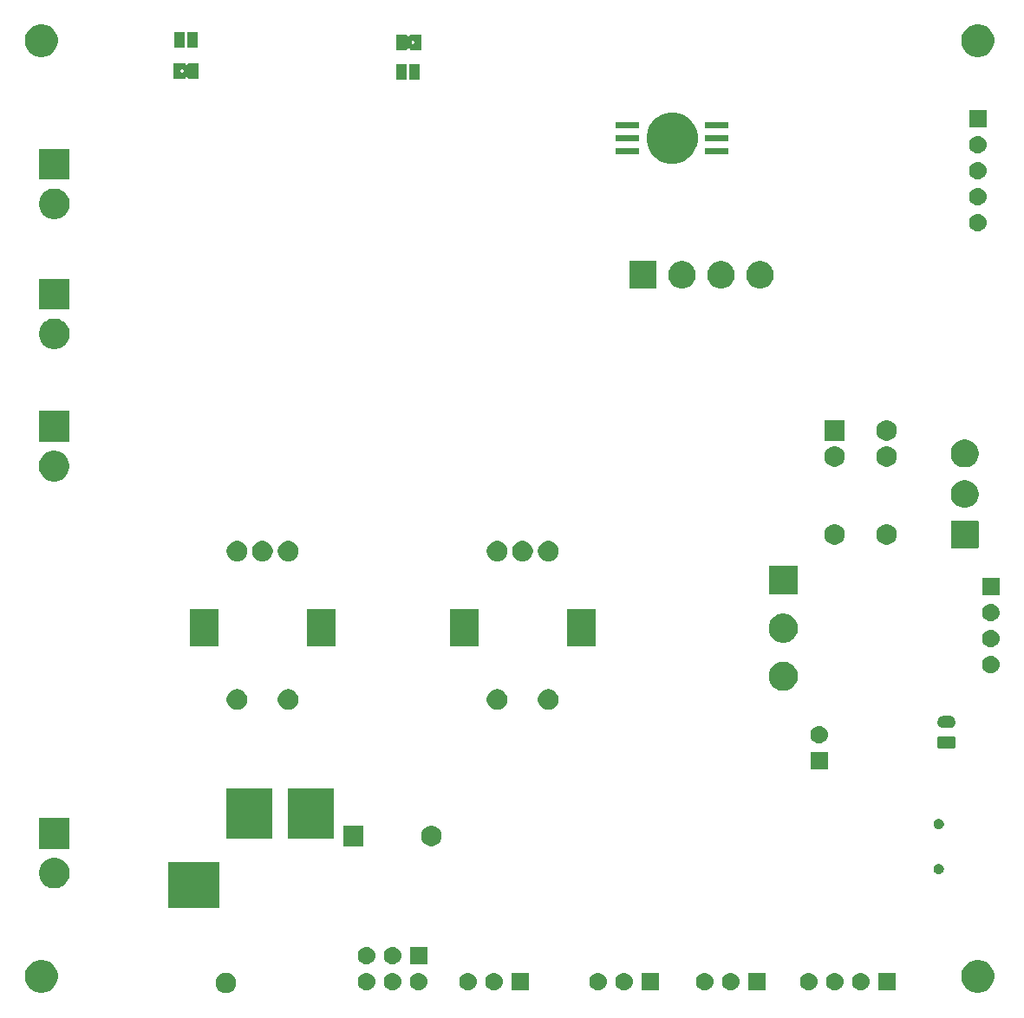
<source format=gbr>
G04 #@! TF.GenerationSoftware,KiCad,Pcbnew,(5.1.4-0-10_14)*
G04 #@! TF.CreationDate,2020-04-29T09:46:46-07:00*
G04 #@! TF.ProjectId,Vent,56656e74-2e6b-4696-9361-645f70636258,rev?*
G04 #@! TF.SameCoordinates,Original*
G04 #@! TF.FileFunction,Soldermask,Bot*
G04 #@! TF.FilePolarity,Negative*
%FSLAX46Y46*%
G04 Gerber Fmt 4.6, Leading zero omitted, Abs format (unit mm)*
G04 Created by KiCad (PCBNEW (5.1.4-0-10_14)) date 2020-04-29 09:46:46*
%MOMM*%
%LPD*%
G04 APERTURE LIST*
%ADD10C,0.100000*%
G04 APERTURE END LIST*
D10*
G36*
X72871290Y-122865619D02*
G01*
X72935689Y-122878429D01*
X73117678Y-122953811D01*
X73281463Y-123063249D01*
X73420751Y-123202537D01*
X73530189Y-123366322D01*
X73605571Y-123548311D01*
X73644000Y-123741509D01*
X73644000Y-123938491D01*
X73605571Y-124131689D01*
X73530189Y-124313678D01*
X73420751Y-124477463D01*
X73281463Y-124616751D01*
X73117678Y-124726189D01*
X72935689Y-124801571D01*
X72871290Y-124814381D01*
X72742493Y-124840000D01*
X72545507Y-124840000D01*
X72416710Y-124814381D01*
X72352311Y-124801571D01*
X72170322Y-124726189D01*
X72006537Y-124616751D01*
X71867249Y-124477463D01*
X71757811Y-124313678D01*
X71682429Y-124131689D01*
X71644000Y-123938491D01*
X71644000Y-123741509D01*
X71682429Y-123548311D01*
X71757811Y-123366322D01*
X71867249Y-123202537D01*
X72006537Y-123063249D01*
X72170322Y-122953811D01*
X72352311Y-122878429D01*
X72416710Y-122865619D01*
X72545507Y-122840000D01*
X72742493Y-122840000D01*
X72871290Y-122865619D01*
X72871290Y-122865619D01*
G37*
G36*
X55076703Y-121651486D02*
G01*
X55367883Y-121772097D01*
X55629940Y-121947198D01*
X55852802Y-122170060D01*
X56027903Y-122432117D01*
X56148514Y-122723297D01*
X56210000Y-123032412D01*
X56210000Y-123347588D01*
X56148514Y-123656703D01*
X56027903Y-123947883D01*
X55852802Y-124209940D01*
X55629940Y-124432802D01*
X55367883Y-124607903D01*
X55076703Y-124728514D01*
X54767588Y-124790000D01*
X54452412Y-124790000D01*
X54143297Y-124728514D01*
X53852117Y-124607903D01*
X53590060Y-124432802D01*
X53367198Y-124209940D01*
X53192097Y-123947883D01*
X53071486Y-123656703D01*
X53010000Y-123347588D01*
X53010000Y-123032412D01*
X53071486Y-122723297D01*
X53192097Y-122432117D01*
X53367198Y-122170060D01*
X53590060Y-121947198D01*
X53852117Y-121772097D01*
X54143297Y-121651486D01*
X54452412Y-121590000D01*
X54767588Y-121590000D01*
X55076703Y-121651486D01*
X55076703Y-121651486D01*
G37*
G36*
X146516703Y-121651486D02*
G01*
X146807883Y-121772097D01*
X147069940Y-121947198D01*
X147292802Y-122170060D01*
X147467903Y-122432117D01*
X147588514Y-122723297D01*
X147650000Y-123032412D01*
X147650000Y-123347588D01*
X147588514Y-123656703D01*
X147467903Y-123947883D01*
X147292802Y-124209940D01*
X147069940Y-124432802D01*
X146807883Y-124607903D01*
X146516703Y-124728514D01*
X146207588Y-124790000D01*
X145892412Y-124790000D01*
X145583297Y-124728514D01*
X145292117Y-124607903D01*
X145030060Y-124432802D01*
X144807198Y-124209940D01*
X144632097Y-123947883D01*
X144511486Y-123656703D01*
X144450000Y-123347588D01*
X144450000Y-123032412D01*
X144511486Y-122723297D01*
X144632097Y-122432117D01*
X144807198Y-122170060D01*
X145030060Y-121947198D01*
X145292117Y-121772097D01*
X145583297Y-121651486D01*
X145892412Y-121590000D01*
X146207588Y-121590000D01*
X146516703Y-121651486D01*
X146516703Y-121651486D01*
G37*
G36*
X129706627Y-122860299D02*
G01*
X129766394Y-122878429D01*
X129866855Y-122908903D01*
X129866857Y-122908904D01*
X130014518Y-122987831D01*
X130143949Y-123094051D01*
X130250169Y-123223482D01*
X130329096Y-123371143D01*
X130377701Y-123531373D01*
X130394112Y-123698000D01*
X130377701Y-123864627D01*
X130329096Y-124024857D01*
X130250169Y-124172518D01*
X130143949Y-124301949D01*
X130014518Y-124408169D01*
X129884879Y-124477463D01*
X129866855Y-124487097D01*
X129786742Y-124511399D01*
X129706627Y-124535701D01*
X129581752Y-124548000D01*
X129498248Y-124548000D01*
X129373373Y-124535701D01*
X129293258Y-124511399D01*
X129213145Y-124487097D01*
X129195121Y-124477463D01*
X129065482Y-124408169D01*
X128936051Y-124301949D01*
X128829831Y-124172518D01*
X128750904Y-124024857D01*
X128702299Y-123864627D01*
X128685888Y-123698000D01*
X128702299Y-123531373D01*
X128750904Y-123371143D01*
X128829831Y-123223482D01*
X128936051Y-123094051D01*
X129065482Y-122987831D01*
X129213143Y-122908904D01*
X129213145Y-122908903D01*
X129313606Y-122878429D01*
X129373373Y-122860299D01*
X129498248Y-122848000D01*
X129581752Y-122848000D01*
X129706627Y-122860299D01*
X129706627Y-122860299D01*
G37*
G36*
X125310000Y-124548000D02*
G01*
X123610000Y-124548000D01*
X123610000Y-122848000D01*
X125310000Y-122848000D01*
X125310000Y-124548000D01*
X125310000Y-124548000D01*
G37*
G36*
X122086627Y-122860299D02*
G01*
X122146394Y-122878429D01*
X122246855Y-122908903D01*
X122246857Y-122908904D01*
X122394518Y-122987831D01*
X122523949Y-123094051D01*
X122630169Y-123223482D01*
X122709096Y-123371143D01*
X122757701Y-123531373D01*
X122774112Y-123698000D01*
X122757701Y-123864627D01*
X122709096Y-124024857D01*
X122630169Y-124172518D01*
X122523949Y-124301949D01*
X122394518Y-124408169D01*
X122264879Y-124477463D01*
X122246855Y-124487097D01*
X122166742Y-124511399D01*
X122086627Y-124535701D01*
X121961752Y-124548000D01*
X121878248Y-124548000D01*
X121753373Y-124535701D01*
X121673258Y-124511399D01*
X121593145Y-124487097D01*
X121575121Y-124477463D01*
X121445482Y-124408169D01*
X121316051Y-124301949D01*
X121209831Y-124172518D01*
X121130904Y-124024857D01*
X121082299Y-123864627D01*
X121065888Y-123698000D01*
X121082299Y-123531373D01*
X121130904Y-123371143D01*
X121209831Y-123223482D01*
X121316051Y-123094051D01*
X121445482Y-122987831D01*
X121593143Y-122908904D01*
X121593145Y-122908903D01*
X121693606Y-122878429D01*
X121753373Y-122860299D01*
X121878248Y-122848000D01*
X121961752Y-122848000D01*
X122086627Y-122860299D01*
X122086627Y-122860299D01*
G37*
G36*
X119546627Y-122860299D02*
G01*
X119606394Y-122878429D01*
X119706855Y-122908903D01*
X119706857Y-122908904D01*
X119854518Y-122987831D01*
X119983949Y-123094051D01*
X120090169Y-123223482D01*
X120169096Y-123371143D01*
X120217701Y-123531373D01*
X120234112Y-123698000D01*
X120217701Y-123864627D01*
X120169096Y-124024857D01*
X120090169Y-124172518D01*
X119983949Y-124301949D01*
X119854518Y-124408169D01*
X119724879Y-124477463D01*
X119706855Y-124487097D01*
X119626742Y-124511399D01*
X119546627Y-124535701D01*
X119421752Y-124548000D01*
X119338248Y-124548000D01*
X119213373Y-124535701D01*
X119133258Y-124511399D01*
X119053145Y-124487097D01*
X119035121Y-124477463D01*
X118905482Y-124408169D01*
X118776051Y-124301949D01*
X118669831Y-124172518D01*
X118590904Y-124024857D01*
X118542299Y-123864627D01*
X118525888Y-123698000D01*
X118542299Y-123531373D01*
X118590904Y-123371143D01*
X118669831Y-123223482D01*
X118776051Y-123094051D01*
X118905482Y-122987831D01*
X119053143Y-122908904D01*
X119053145Y-122908903D01*
X119153606Y-122878429D01*
X119213373Y-122860299D01*
X119338248Y-122848000D01*
X119421752Y-122848000D01*
X119546627Y-122860299D01*
X119546627Y-122860299D01*
G37*
G36*
X114896000Y-124548000D02*
G01*
X113196000Y-124548000D01*
X113196000Y-122848000D01*
X114896000Y-122848000D01*
X114896000Y-124548000D01*
X114896000Y-124548000D01*
G37*
G36*
X111672627Y-122860299D02*
G01*
X111732394Y-122878429D01*
X111832855Y-122908903D01*
X111832857Y-122908904D01*
X111980518Y-122987831D01*
X112109949Y-123094051D01*
X112216169Y-123223482D01*
X112295096Y-123371143D01*
X112343701Y-123531373D01*
X112360112Y-123698000D01*
X112343701Y-123864627D01*
X112295096Y-124024857D01*
X112216169Y-124172518D01*
X112109949Y-124301949D01*
X111980518Y-124408169D01*
X111850879Y-124477463D01*
X111832855Y-124487097D01*
X111752742Y-124511399D01*
X111672627Y-124535701D01*
X111547752Y-124548000D01*
X111464248Y-124548000D01*
X111339373Y-124535701D01*
X111259258Y-124511399D01*
X111179145Y-124487097D01*
X111161121Y-124477463D01*
X111031482Y-124408169D01*
X110902051Y-124301949D01*
X110795831Y-124172518D01*
X110716904Y-124024857D01*
X110668299Y-123864627D01*
X110651888Y-123698000D01*
X110668299Y-123531373D01*
X110716904Y-123371143D01*
X110795831Y-123223482D01*
X110902051Y-123094051D01*
X111031482Y-122987831D01*
X111179143Y-122908904D01*
X111179145Y-122908903D01*
X111279606Y-122878429D01*
X111339373Y-122860299D01*
X111464248Y-122848000D01*
X111547752Y-122848000D01*
X111672627Y-122860299D01*
X111672627Y-122860299D01*
G37*
G36*
X109132627Y-122860299D02*
G01*
X109192394Y-122878429D01*
X109292855Y-122908903D01*
X109292857Y-122908904D01*
X109440518Y-122987831D01*
X109569949Y-123094051D01*
X109676169Y-123223482D01*
X109755096Y-123371143D01*
X109803701Y-123531373D01*
X109820112Y-123698000D01*
X109803701Y-123864627D01*
X109755096Y-124024857D01*
X109676169Y-124172518D01*
X109569949Y-124301949D01*
X109440518Y-124408169D01*
X109310879Y-124477463D01*
X109292855Y-124487097D01*
X109212742Y-124511399D01*
X109132627Y-124535701D01*
X109007752Y-124548000D01*
X108924248Y-124548000D01*
X108799373Y-124535701D01*
X108719258Y-124511399D01*
X108639145Y-124487097D01*
X108621121Y-124477463D01*
X108491482Y-124408169D01*
X108362051Y-124301949D01*
X108255831Y-124172518D01*
X108176904Y-124024857D01*
X108128299Y-123864627D01*
X108111888Y-123698000D01*
X108128299Y-123531373D01*
X108176904Y-123371143D01*
X108255831Y-123223482D01*
X108362051Y-123094051D01*
X108491482Y-122987831D01*
X108639143Y-122908904D01*
X108639145Y-122908903D01*
X108739606Y-122878429D01*
X108799373Y-122860299D01*
X108924248Y-122848000D01*
X109007752Y-122848000D01*
X109132627Y-122860299D01*
X109132627Y-122860299D01*
G37*
G36*
X102196000Y-124548000D02*
G01*
X100496000Y-124548000D01*
X100496000Y-122848000D01*
X102196000Y-122848000D01*
X102196000Y-124548000D01*
X102196000Y-124548000D01*
G37*
G36*
X98972627Y-122860299D02*
G01*
X99032394Y-122878429D01*
X99132855Y-122908903D01*
X99132857Y-122908904D01*
X99280518Y-122987831D01*
X99409949Y-123094051D01*
X99516169Y-123223482D01*
X99595096Y-123371143D01*
X99643701Y-123531373D01*
X99660112Y-123698000D01*
X99643701Y-123864627D01*
X99595096Y-124024857D01*
X99516169Y-124172518D01*
X99409949Y-124301949D01*
X99280518Y-124408169D01*
X99150879Y-124477463D01*
X99132855Y-124487097D01*
X99052742Y-124511399D01*
X98972627Y-124535701D01*
X98847752Y-124548000D01*
X98764248Y-124548000D01*
X98639373Y-124535701D01*
X98559258Y-124511399D01*
X98479145Y-124487097D01*
X98461121Y-124477463D01*
X98331482Y-124408169D01*
X98202051Y-124301949D01*
X98095831Y-124172518D01*
X98016904Y-124024857D01*
X97968299Y-123864627D01*
X97951888Y-123698000D01*
X97968299Y-123531373D01*
X98016904Y-123371143D01*
X98095831Y-123223482D01*
X98202051Y-123094051D01*
X98331482Y-122987831D01*
X98479143Y-122908904D01*
X98479145Y-122908903D01*
X98579606Y-122878429D01*
X98639373Y-122860299D01*
X98764248Y-122848000D01*
X98847752Y-122848000D01*
X98972627Y-122860299D01*
X98972627Y-122860299D01*
G37*
G36*
X96432627Y-122860299D02*
G01*
X96492394Y-122878429D01*
X96592855Y-122908903D01*
X96592857Y-122908904D01*
X96740518Y-122987831D01*
X96869949Y-123094051D01*
X96976169Y-123223482D01*
X97055096Y-123371143D01*
X97103701Y-123531373D01*
X97120112Y-123698000D01*
X97103701Y-123864627D01*
X97055096Y-124024857D01*
X96976169Y-124172518D01*
X96869949Y-124301949D01*
X96740518Y-124408169D01*
X96610879Y-124477463D01*
X96592855Y-124487097D01*
X96512742Y-124511399D01*
X96432627Y-124535701D01*
X96307752Y-124548000D01*
X96224248Y-124548000D01*
X96099373Y-124535701D01*
X96019258Y-124511399D01*
X95939145Y-124487097D01*
X95921121Y-124477463D01*
X95791482Y-124408169D01*
X95662051Y-124301949D01*
X95555831Y-124172518D01*
X95476904Y-124024857D01*
X95428299Y-123864627D01*
X95411888Y-123698000D01*
X95428299Y-123531373D01*
X95476904Y-123371143D01*
X95555831Y-123223482D01*
X95662051Y-123094051D01*
X95791482Y-122987831D01*
X95939143Y-122908904D01*
X95939145Y-122908903D01*
X96039606Y-122878429D01*
X96099373Y-122860299D01*
X96224248Y-122848000D01*
X96307752Y-122848000D01*
X96432627Y-122860299D01*
X96432627Y-122860299D01*
G37*
G36*
X91606627Y-122860299D02*
G01*
X91666394Y-122878429D01*
X91766855Y-122908903D01*
X91766857Y-122908904D01*
X91914518Y-122987831D01*
X92043949Y-123094051D01*
X92150169Y-123223482D01*
X92229096Y-123371143D01*
X92277701Y-123531373D01*
X92294112Y-123698000D01*
X92277701Y-123864627D01*
X92229096Y-124024857D01*
X92150169Y-124172518D01*
X92043949Y-124301949D01*
X91914518Y-124408169D01*
X91784879Y-124477463D01*
X91766855Y-124487097D01*
X91686742Y-124511399D01*
X91606627Y-124535701D01*
X91481752Y-124548000D01*
X91398248Y-124548000D01*
X91273373Y-124535701D01*
X91193258Y-124511399D01*
X91113145Y-124487097D01*
X91095121Y-124477463D01*
X90965482Y-124408169D01*
X90836051Y-124301949D01*
X90729831Y-124172518D01*
X90650904Y-124024857D01*
X90602299Y-123864627D01*
X90585888Y-123698000D01*
X90602299Y-123531373D01*
X90650904Y-123371143D01*
X90729831Y-123223482D01*
X90836051Y-123094051D01*
X90965482Y-122987831D01*
X91113143Y-122908904D01*
X91113145Y-122908903D01*
X91213606Y-122878429D01*
X91273373Y-122860299D01*
X91398248Y-122848000D01*
X91481752Y-122848000D01*
X91606627Y-122860299D01*
X91606627Y-122860299D01*
G37*
G36*
X89066627Y-122860299D02*
G01*
X89126394Y-122878429D01*
X89226855Y-122908903D01*
X89226857Y-122908904D01*
X89374518Y-122987831D01*
X89503949Y-123094051D01*
X89610169Y-123223482D01*
X89689096Y-123371143D01*
X89737701Y-123531373D01*
X89754112Y-123698000D01*
X89737701Y-123864627D01*
X89689096Y-124024857D01*
X89610169Y-124172518D01*
X89503949Y-124301949D01*
X89374518Y-124408169D01*
X89244879Y-124477463D01*
X89226855Y-124487097D01*
X89146742Y-124511399D01*
X89066627Y-124535701D01*
X88941752Y-124548000D01*
X88858248Y-124548000D01*
X88733373Y-124535701D01*
X88653258Y-124511399D01*
X88573145Y-124487097D01*
X88555121Y-124477463D01*
X88425482Y-124408169D01*
X88296051Y-124301949D01*
X88189831Y-124172518D01*
X88110904Y-124024857D01*
X88062299Y-123864627D01*
X88045888Y-123698000D01*
X88062299Y-123531373D01*
X88110904Y-123371143D01*
X88189831Y-123223482D01*
X88296051Y-123094051D01*
X88425482Y-122987831D01*
X88573143Y-122908904D01*
X88573145Y-122908903D01*
X88673606Y-122878429D01*
X88733373Y-122860299D01*
X88858248Y-122848000D01*
X88941752Y-122848000D01*
X89066627Y-122860299D01*
X89066627Y-122860299D01*
G37*
G36*
X86526627Y-122860299D02*
G01*
X86586394Y-122878429D01*
X86686855Y-122908903D01*
X86686857Y-122908904D01*
X86834518Y-122987831D01*
X86963949Y-123094051D01*
X87070169Y-123223482D01*
X87149096Y-123371143D01*
X87197701Y-123531373D01*
X87214112Y-123698000D01*
X87197701Y-123864627D01*
X87149096Y-124024857D01*
X87070169Y-124172518D01*
X86963949Y-124301949D01*
X86834518Y-124408169D01*
X86704879Y-124477463D01*
X86686855Y-124487097D01*
X86606742Y-124511399D01*
X86526627Y-124535701D01*
X86401752Y-124548000D01*
X86318248Y-124548000D01*
X86193373Y-124535701D01*
X86113258Y-124511399D01*
X86033145Y-124487097D01*
X86015121Y-124477463D01*
X85885482Y-124408169D01*
X85756051Y-124301949D01*
X85649831Y-124172518D01*
X85570904Y-124024857D01*
X85522299Y-123864627D01*
X85505888Y-123698000D01*
X85522299Y-123531373D01*
X85570904Y-123371143D01*
X85649831Y-123223482D01*
X85756051Y-123094051D01*
X85885482Y-122987831D01*
X86033143Y-122908904D01*
X86033145Y-122908903D01*
X86133606Y-122878429D01*
X86193373Y-122860299D01*
X86318248Y-122848000D01*
X86401752Y-122848000D01*
X86526627Y-122860299D01*
X86526627Y-122860299D01*
G37*
G36*
X132246627Y-122860299D02*
G01*
X132306394Y-122878429D01*
X132406855Y-122908903D01*
X132406857Y-122908904D01*
X132554518Y-122987831D01*
X132683949Y-123094051D01*
X132790169Y-123223482D01*
X132869096Y-123371143D01*
X132917701Y-123531373D01*
X132934112Y-123698000D01*
X132917701Y-123864627D01*
X132869096Y-124024857D01*
X132790169Y-124172518D01*
X132683949Y-124301949D01*
X132554518Y-124408169D01*
X132424879Y-124477463D01*
X132406855Y-124487097D01*
X132326742Y-124511399D01*
X132246627Y-124535701D01*
X132121752Y-124548000D01*
X132038248Y-124548000D01*
X131913373Y-124535701D01*
X131833258Y-124511399D01*
X131753145Y-124487097D01*
X131735121Y-124477463D01*
X131605482Y-124408169D01*
X131476051Y-124301949D01*
X131369831Y-124172518D01*
X131290904Y-124024857D01*
X131242299Y-123864627D01*
X131225888Y-123698000D01*
X131242299Y-123531373D01*
X131290904Y-123371143D01*
X131369831Y-123223482D01*
X131476051Y-123094051D01*
X131605482Y-122987831D01*
X131753143Y-122908904D01*
X131753145Y-122908903D01*
X131853606Y-122878429D01*
X131913373Y-122860299D01*
X132038248Y-122848000D01*
X132121752Y-122848000D01*
X132246627Y-122860299D01*
X132246627Y-122860299D01*
G37*
G36*
X138010000Y-124548000D02*
G01*
X136310000Y-124548000D01*
X136310000Y-122848000D01*
X138010000Y-122848000D01*
X138010000Y-124548000D01*
X138010000Y-124548000D01*
G37*
G36*
X134786627Y-122860299D02*
G01*
X134846394Y-122878429D01*
X134946855Y-122908903D01*
X134946857Y-122908904D01*
X135094518Y-122987831D01*
X135223949Y-123094051D01*
X135330169Y-123223482D01*
X135409096Y-123371143D01*
X135457701Y-123531373D01*
X135474112Y-123698000D01*
X135457701Y-123864627D01*
X135409096Y-124024857D01*
X135330169Y-124172518D01*
X135223949Y-124301949D01*
X135094518Y-124408169D01*
X134964879Y-124477463D01*
X134946855Y-124487097D01*
X134866742Y-124511399D01*
X134786627Y-124535701D01*
X134661752Y-124548000D01*
X134578248Y-124548000D01*
X134453373Y-124535701D01*
X134373258Y-124511399D01*
X134293145Y-124487097D01*
X134275121Y-124477463D01*
X134145482Y-124408169D01*
X134016051Y-124301949D01*
X133909831Y-124172518D01*
X133830904Y-124024857D01*
X133782299Y-123864627D01*
X133765888Y-123698000D01*
X133782299Y-123531373D01*
X133830904Y-123371143D01*
X133909831Y-123223482D01*
X134016051Y-123094051D01*
X134145482Y-122987831D01*
X134293143Y-122908904D01*
X134293145Y-122908903D01*
X134393606Y-122878429D01*
X134453373Y-122860299D01*
X134578248Y-122848000D01*
X134661752Y-122848000D01*
X134786627Y-122860299D01*
X134786627Y-122860299D01*
G37*
G36*
X92290000Y-122008000D02*
G01*
X90590000Y-122008000D01*
X90590000Y-120308000D01*
X92290000Y-120308000D01*
X92290000Y-122008000D01*
X92290000Y-122008000D01*
G37*
G36*
X86526627Y-120320299D02*
G01*
X86606742Y-120344601D01*
X86686855Y-120368903D01*
X86686857Y-120368904D01*
X86834518Y-120447831D01*
X86963949Y-120554051D01*
X87070169Y-120683482D01*
X87149096Y-120831143D01*
X87197701Y-120991373D01*
X87214112Y-121158000D01*
X87197701Y-121324627D01*
X87149096Y-121484857D01*
X87070169Y-121632518D01*
X86963949Y-121761949D01*
X86834518Y-121868169D01*
X86686857Y-121947096D01*
X86686855Y-121947097D01*
X86606742Y-121971398D01*
X86526627Y-121995701D01*
X86401752Y-122008000D01*
X86318248Y-122008000D01*
X86193373Y-121995701D01*
X86113258Y-121971398D01*
X86033145Y-121947097D01*
X86033143Y-121947096D01*
X85885482Y-121868169D01*
X85756051Y-121761949D01*
X85649831Y-121632518D01*
X85570904Y-121484857D01*
X85522299Y-121324627D01*
X85505888Y-121158000D01*
X85522299Y-120991373D01*
X85570904Y-120831143D01*
X85649831Y-120683482D01*
X85756051Y-120554051D01*
X85885482Y-120447831D01*
X86033143Y-120368904D01*
X86033145Y-120368903D01*
X86113258Y-120344601D01*
X86193373Y-120320299D01*
X86318248Y-120308000D01*
X86401752Y-120308000D01*
X86526627Y-120320299D01*
X86526627Y-120320299D01*
G37*
G36*
X89066627Y-120320299D02*
G01*
X89146742Y-120344601D01*
X89226855Y-120368903D01*
X89226857Y-120368904D01*
X89374518Y-120447831D01*
X89503949Y-120554051D01*
X89610169Y-120683482D01*
X89689096Y-120831143D01*
X89737701Y-120991373D01*
X89754112Y-121158000D01*
X89737701Y-121324627D01*
X89689096Y-121484857D01*
X89610169Y-121632518D01*
X89503949Y-121761949D01*
X89374518Y-121868169D01*
X89226857Y-121947096D01*
X89226855Y-121947097D01*
X89146742Y-121971398D01*
X89066627Y-121995701D01*
X88941752Y-122008000D01*
X88858248Y-122008000D01*
X88733373Y-121995701D01*
X88653258Y-121971398D01*
X88573145Y-121947097D01*
X88573143Y-121947096D01*
X88425482Y-121868169D01*
X88296051Y-121761949D01*
X88189831Y-121632518D01*
X88110904Y-121484857D01*
X88062299Y-121324627D01*
X88045888Y-121158000D01*
X88062299Y-120991373D01*
X88110904Y-120831143D01*
X88189831Y-120683482D01*
X88296051Y-120554051D01*
X88425482Y-120447831D01*
X88573143Y-120368904D01*
X88573145Y-120368903D01*
X88653258Y-120344601D01*
X88733373Y-120320299D01*
X88858248Y-120308000D01*
X88941752Y-120308000D01*
X89066627Y-120320299D01*
X89066627Y-120320299D01*
G37*
G36*
X71974600Y-116499200D02*
G01*
X66974600Y-116499200D01*
X66974600Y-111999200D01*
X71974600Y-111999200D01*
X71974600Y-116499200D01*
X71974600Y-116499200D01*
G37*
G36*
X56317534Y-111657643D02*
G01*
X56590515Y-111770716D01*
X56590517Y-111770717D01*
X56714190Y-111853353D01*
X56836193Y-111934873D01*
X57045127Y-112143807D01*
X57088831Y-112209215D01*
X57197113Y-112371269D01*
X57209284Y-112389485D01*
X57322357Y-112662466D01*
X57380000Y-112952262D01*
X57380000Y-113247738D01*
X57322357Y-113537534D01*
X57209284Y-113810515D01*
X57209283Y-113810517D01*
X57045126Y-114056194D01*
X56836194Y-114265126D01*
X56590517Y-114429283D01*
X56590516Y-114429284D01*
X56590515Y-114429284D01*
X56317534Y-114542357D01*
X56027738Y-114600000D01*
X55732262Y-114600000D01*
X55442466Y-114542357D01*
X55169485Y-114429284D01*
X55169484Y-114429284D01*
X55169483Y-114429283D01*
X54923806Y-114265126D01*
X54714874Y-114056194D01*
X54550717Y-113810517D01*
X54550716Y-113810515D01*
X54437643Y-113537534D01*
X54380000Y-113247738D01*
X54380000Y-112952262D01*
X54437643Y-112662466D01*
X54550716Y-112389485D01*
X54562888Y-112371269D01*
X54671169Y-112209215D01*
X54714873Y-112143807D01*
X54923807Y-111934873D01*
X55045810Y-111853353D01*
X55169483Y-111770717D01*
X55169485Y-111770716D01*
X55442466Y-111657643D01*
X55732262Y-111600000D01*
X56027738Y-111600000D01*
X56317534Y-111657643D01*
X56317534Y-111657643D01*
G37*
G36*
X142385843Y-112209214D02*
G01*
X142385846Y-112209215D01*
X142385845Y-112209215D01*
X142476839Y-112246906D01*
X142518063Y-112274451D01*
X142558730Y-112301624D01*
X142628376Y-112371270D01*
X142683095Y-112453163D01*
X142720786Y-112544157D01*
X142740000Y-112640753D01*
X142740000Y-112739247D01*
X142720786Y-112835843D01*
X142720785Y-112835845D01*
X142683094Y-112926839D01*
X142628375Y-113008731D01*
X142558731Y-113078375D01*
X142476839Y-113133094D01*
X142476838Y-113133095D01*
X142476837Y-113133095D01*
X142385843Y-113170786D01*
X142289247Y-113190000D01*
X142190753Y-113190000D01*
X142094157Y-113170786D01*
X142003163Y-113133095D01*
X142003162Y-113133095D01*
X142003161Y-113133094D01*
X141921269Y-113078375D01*
X141851625Y-113008731D01*
X141796906Y-112926839D01*
X141759215Y-112835845D01*
X141759214Y-112835843D01*
X141740000Y-112739247D01*
X141740000Y-112640753D01*
X141759214Y-112544157D01*
X141796905Y-112453163D01*
X141851624Y-112371270D01*
X141921270Y-112301624D01*
X141961937Y-112274451D01*
X142003161Y-112246906D01*
X142094155Y-112209215D01*
X142094154Y-112209215D01*
X142094157Y-112209214D01*
X142190753Y-112190000D01*
X142289247Y-112190000D01*
X142385843Y-112209214D01*
X142385843Y-112209214D01*
G37*
G36*
X57380000Y-110720000D02*
G01*
X54380000Y-110720000D01*
X54380000Y-107720000D01*
X57380000Y-107720000D01*
X57380000Y-110720000D01*
X57380000Y-110720000D01*
G37*
G36*
X86090000Y-110474000D02*
G01*
X84090000Y-110474000D01*
X84090000Y-108474000D01*
X86090000Y-108474000D01*
X86090000Y-110474000D01*
X86090000Y-110474000D01*
G37*
G36*
X92917290Y-108499619D02*
G01*
X92981689Y-108512429D01*
X93163678Y-108587811D01*
X93327463Y-108697249D01*
X93466751Y-108836537D01*
X93576189Y-109000322D01*
X93651571Y-109182311D01*
X93690000Y-109375509D01*
X93690000Y-109572491D01*
X93651571Y-109765689D01*
X93576189Y-109947678D01*
X93466751Y-110111463D01*
X93327463Y-110250751D01*
X93163678Y-110360189D01*
X92981689Y-110435571D01*
X92917290Y-110448381D01*
X92788493Y-110474000D01*
X92591507Y-110474000D01*
X92462710Y-110448381D01*
X92398311Y-110435571D01*
X92216322Y-110360189D01*
X92052537Y-110250751D01*
X91913249Y-110111463D01*
X91803811Y-109947678D01*
X91728429Y-109765689D01*
X91690000Y-109572491D01*
X91690000Y-109375509D01*
X91728429Y-109182311D01*
X91803811Y-109000322D01*
X91913249Y-108836537D01*
X92052537Y-108697249D01*
X92216322Y-108587811D01*
X92398311Y-108512429D01*
X92462710Y-108499619D01*
X92591507Y-108474000D01*
X92788493Y-108474000D01*
X92917290Y-108499619D01*
X92917290Y-108499619D01*
G37*
G36*
X77174600Y-109749200D02*
G01*
X72674600Y-109749200D01*
X72674600Y-104849200D01*
X77174600Y-104849200D01*
X77174600Y-109749200D01*
X77174600Y-109749200D01*
G37*
G36*
X83174600Y-109749200D02*
G01*
X78674600Y-109749200D01*
X78674600Y-104849200D01*
X83174600Y-104849200D01*
X83174600Y-109749200D01*
X83174600Y-109749200D01*
G37*
G36*
X142385843Y-107809214D02*
G01*
X142385846Y-107809215D01*
X142385845Y-107809215D01*
X142476839Y-107846906D01*
X142518063Y-107874451D01*
X142558730Y-107901624D01*
X142628376Y-107971270D01*
X142683095Y-108053163D01*
X142720786Y-108144157D01*
X142740000Y-108240753D01*
X142740000Y-108339247D01*
X142720786Y-108435843D01*
X142683095Y-108526837D01*
X142642354Y-108587811D01*
X142628375Y-108608731D01*
X142558731Y-108678375D01*
X142476839Y-108733094D01*
X142476838Y-108733095D01*
X142476837Y-108733095D01*
X142385843Y-108770786D01*
X142289247Y-108790000D01*
X142190753Y-108790000D01*
X142094157Y-108770786D01*
X142003163Y-108733095D01*
X142003162Y-108733095D01*
X142003161Y-108733094D01*
X141921269Y-108678375D01*
X141851625Y-108608731D01*
X141837647Y-108587811D01*
X141796905Y-108526837D01*
X141759214Y-108435843D01*
X141740000Y-108339247D01*
X141740000Y-108240753D01*
X141759214Y-108144157D01*
X141796905Y-108053163D01*
X141851624Y-107971270D01*
X141921270Y-107901624D01*
X141961937Y-107874451D01*
X142003161Y-107846906D01*
X142094155Y-107809215D01*
X142094154Y-107809215D01*
X142094157Y-107809214D01*
X142190753Y-107790000D01*
X142289247Y-107790000D01*
X142385843Y-107809214D01*
X142385843Y-107809214D01*
G37*
G36*
X131406000Y-102958000D02*
G01*
X129706000Y-102958000D01*
X129706000Y-101258000D01*
X131406000Y-101258000D01*
X131406000Y-102958000D01*
X131406000Y-102958000D01*
G37*
G36*
X143734345Y-99733995D02*
G01*
X143767451Y-99744038D01*
X143797964Y-99760347D01*
X143824706Y-99782294D01*
X143846653Y-99809036D01*
X143862962Y-99839549D01*
X143873005Y-99872655D01*
X143877000Y-99913221D01*
X143877000Y-100746779D01*
X143873005Y-100787345D01*
X143862962Y-100820451D01*
X143846653Y-100850964D01*
X143824706Y-100877706D01*
X143797964Y-100899653D01*
X143767451Y-100915962D01*
X143734345Y-100926005D01*
X143693779Y-100930000D01*
X142310221Y-100930000D01*
X142269655Y-100926005D01*
X142236549Y-100915962D01*
X142206036Y-100899653D01*
X142179294Y-100877706D01*
X142157347Y-100850964D01*
X142141038Y-100820451D01*
X142130995Y-100787345D01*
X142127000Y-100746779D01*
X142127000Y-99913221D01*
X142130995Y-99872655D01*
X142141038Y-99839549D01*
X142157347Y-99809036D01*
X142179294Y-99782294D01*
X142206036Y-99760347D01*
X142236549Y-99744038D01*
X142269655Y-99733995D01*
X142310221Y-99730000D01*
X143693779Y-99730000D01*
X143734345Y-99733995D01*
X143734345Y-99733995D01*
G37*
G36*
X130722627Y-98730299D02*
G01*
X130802742Y-98754602D01*
X130882855Y-98778903D01*
X130882857Y-98778904D01*
X131030518Y-98857831D01*
X131159949Y-98964051D01*
X131266169Y-99093482D01*
X131345096Y-99241143D01*
X131393701Y-99401373D01*
X131410112Y-99568000D01*
X131393701Y-99734627D01*
X131393700Y-99734629D01*
X131361874Y-99839549D01*
X131345096Y-99894857D01*
X131266169Y-100042518D01*
X131159949Y-100171949D01*
X131030518Y-100278169D01*
X130882857Y-100357096D01*
X130882855Y-100357097D01*
X130802742Y-100381399D01*
X130722627Y-100405701D01*
X130597752Y-100418000D01*
X130514248Y-100418000D01*
X130389373Y-100405701D01*
X130309258Y-100381399D01*
X130229145Y-100357097D01*
X130229143Y-100357096D01*
X130081482Y-100278169D01*
X129952051Y-100171949D01*
X129845831Y-100042518D01*
X129766904Y-99894857D01*
X129750127Y-99839549D01*
X129718300Y-99734629D01*
X129718299Y-99734627D01*
X129701888Y-99568000D01*
X129718299Y-99401373D01*
X129766904Y-99241143D01*
X129845831Y-99093482D01*
X129952051Y-98964051D01*
X130081482Y-98857831D01*
X130229143Y-98778904D01*
X130229145Y-98778903D01*
X130309258Y-98754602D01*
X130389373Y-98730299D01*
X130514248Y-98718000D01*
X130597752Y-98718000D01*
X130722627Y-98730299D01*
X130722627Y-98730299D01*
G37*
G36*
X143394621Y-97738682D02*
G01*
X143507721Y-97772990D01*
X143611955Y-97828704D01*
X143703317Y-97903683D01*
X143778296Y-97995045D01*
X143834010Y-98099279D01*
X143868318Y-98212379D01*
X143879903Y-98330000D01*
X143868318Y-98447621D01*
X143834010Y-98560721D01*
X143778296Y-98664955D01*
X143703317Y-98756317D01*
X143611955Y-98831296D01*
X143507721Y-98887010D01*
X143394621Y-98921318D01*
X143306474Y-98930000D01*
X142697526Y-98930000D01*
X142609379Y-98921318D01*
X142496279Y-98887010D01*
X142392045Y-98831296D01*
X142300683Y-98756317D01*
X142225704Y-98664955D01*
X142169990Y-98560721D01*
X142135682Y-98447621D01*
X142124097Y-98330000D01*
X142135682Y-98212379D01*
X142169990Y-98099279D01*
X142225704Y-97995045D01*
X142300683Y-97903683D01*
X142392045Y-97828704D01*
X142496279Y-97772990D01*
X142609379Y-97738682D01*
X142697526Y-97730000D01*
X143306474Y-97730000D01*
X143394621Y-97738682D01*
X143394621Y-97738682D01*
G37*
G36*
X73937290Y-95154219D02*
G01*
X74001689Y-95167029D01*
X74183678Y-95242411D01*
X74347463Y-95351849D01*
X74486751Y-95491137D01*
X74596189Y-95654922D01*
X74671571Y-95836911D01*
X74710000Y-96030109D01*
X74710000Y-96227091D01*
X74671571Y-96420289D01*
X74596189Y-96602278D01*
X74486751Y-96766063D01*
X74347463Y-96905351D01*
X74183678Y-97014789D01*
X74001689Y-97090171D01*
X73937290Y-97102981D01*
X73808493Y-97128600D01*
X73611507Y-97128600D01*
X73482710Y-97102981D01*
X73418311Y-97090171D01*
X73236322Y-97014789D01*
X73072537Y-96905351D01*
X72933249Y-96766063D01*
X72823811Y-96602278D01*
X72748429Y-96420289D01*
X72710000Y-96227091D01*
X72710000Y-96030109D01*
X72748429Y-95836911D01*
X72823811Y-95654922D01*
X72933249Y-95491137D01*
X73072537Y-95351849D01*
X73236322Y-95242411D01*
X73418311Y-95167029D01*
X73482710Y-95154219D01*
X73611507Y-95128600D01*
X73808493Y-95128600D01*
X73937290Y-95154219D01*
X73937290Y-95154219D01*
G37*
G36*
X78937290Y-95154219D02*
G01*
X79001689Y-95167029D01*
X79183678Y-95242411D01*
X79347463Y-95351849D01*
X79486751Y-95491137D01*
X79596189Y-95654922D01*
X79671571Y-95836911D01*
X79710000Y-96030109D01*
X79710000Y-96227091D01*
X79671571Y-96420289D01*
X79596189Y-96602278D01*
X79486751Y-96766063D01*
X79347463Y-96905351D01*
X79183678Y-97014789D01*
X79001689Y-97090171D01*
X78937290Y-97102981D01*
X78808493Y-97128600D01*
X78611507Y-97128600D01*
X78482710Y-97102981D01*
X78418311Y-97090171D01*
X78236322Y-97014789D01*
X78072537Y-96905351D01*
X77933249Y-96766063D01*
X77823811Y-96602278D01*
X77748429Y-96420289D01*
X77710000Y-96227091D01*
X77710000Y-96030109D01*
X77748429Y-95836911D01*
X77823811Y-95654922D01*
X77933249Y-95491137D01*
X78072537Y-95351849D01*
X78236322Y-95242411D01*
X78418311Y-95167029D01*
X78482710Y-95154219D01*
X78611507Y-95128600D01*
X78808493Y-95128600D01*
X78937290Y-95154219D01*
X78937290Y-95154219D01*
G37*
G36*
X104337290Y-95154219D02*
G01*
X104401689Y-95167029D01*
X104583678Y-95242411D01*
X104747463Y-95351849D01*
X104886751Y-95491137D01*
X104996189Y-95654922D01*
X105071571Y-95836911D01*
X105110000Y-96030109D01*
X105110000Y-96227091D01*
X105071571Y-96420289D01*
X104996189Y-96602278D01*
X104886751Y-96766063D01*
X104747463Y-96905351D01*
X104583678Y-97014789D01*
X104401689Y-97090171D01*
X104337290Y-97102981D01*
X104208493Y-97128600D01*
X104011507Y-97128600D01*
X103882710Y-97102981D01*
X103818311Y-97090171D01*
X103636322Y-97014789D01*
X103472537Y-96905351D01*
X103333249Y-96766063D01*
X103223811Y-96602278D01*
X103148429Y-96420289D01*
X103110000Y-96227091D01*
X103110000Y-96030109D01*
X103148429Y-95836911D01*
X103223811Y-95654922D01*
X103333249Y-95491137D01*
X103472537Y-95351849D01*
X103636322Y-95242411D01*
X103818311Y-95167029D01*
X103882710Y-95154219D01*
X104011507Y-95128600D01*
X104208493Y-95128600D01*
X104337290Y-95154219D01*
X104337290Y-95154219D01*
G37*
G36*
X99337290Y-95154219D02*
G01*
X99401689Y-95167029D01*
X99583678Y-95242411D01*
X99747463Y-95351849D01*
X99886751Y-95491137D01*
X99996189Y-95654922D01*
X100071571Y-95836911D01*
X100110000Y-96030109D01*
X100110000Y-96227091D01*
X100071571Y-96420289D01*
X99996189Y-96602278D01*
X99886751Y-96766063D01*
X99747463Y-96905351D01*
X99583678Y-97014789D01*
X99401689Y-97090171D01*
X99337290Y-97102981D01*
X99208493Y-97128600D01*
X99011507Y-97128600D01*
X98882710Y-97102981D01*
X98818311Y-97090171D01*
X98636322Y-97014789D01*
X98472537Y-96905351D01*
X98333249Y-96766063D01*
X98223811Y-96602278D01*
X98148429Y-96420289D01*
X98110000Y-96227091D01*
X98110000Y-96030109D01*
X98148429Y-95836911D01*
X98223811Y-95654922D01*
X98333249Y-95491137D01*
X98472537Y-95351849D01*
X98636322Y-95242411D01*
X98818311Y-95167029D01*
X98882710Y-95154219D01*
X99011507Y-95128600D01*
X99208493Y-95128600D01*
X99337290Y-95154219D01*
X99337290Y-95154219D01*
G37*
G36*
X127475656Y-92484761D02*
G01*
X127583076Y-92529256D01*
X127734991Y-92592181D01*
X127968385Y-92748130D01*
X128166870Y-92946615D01*
X128322819Y-93180009D01*
X128378298Y-93313948D01*
X128430239Y-93439344D01*
X128485000Y-93714648D01*
X128485000Y-93995352D01*
X128430239Y-94270656D01*
X128385744Y-94378076D01*
X128322819Y-94529991D01*
X128166870Y-94763385D01*
X127968385Y-94961870D01*
X127734991Y-95117819D01*
X127583076Y-95180744D01*
X127475656Y-95225239D01*
X127200352Y-95280000D01*
X126919648Y-95280000D01*
X126644344Y-95225239D01*
X126536924Y-95180744D01*
X126385009Y-95117819D01*
X126151615Y-94961870D01*
X125953130Y-94763385D01*
X125797181Y-94529991D01*
X125734256Y-94378076D01*
X125689761Y-94270656D01*
X125635000Y-93995352D01*
X125635000Y-93714648D01*
X125689761Y-93439344D01*
X125741702Y-93313948D01*
X125797181Y-93180009D01*
X125953130Y-92946615D01*
X126151615Y-92748130D01*
X126385009Y-92592181D01*
X126536924Y-92529256D01*
X126644344Y-92484761D01*
X126919648Y-92430000D01*
X127200352Y-92430000D01*
X127475656Y-92484761D01*
X127475656Y-92484761D01*
G37*
G36*
X147486627Y-91872299D02*
G01*
X147566742Y-91896602D01*
X147646855Y-91920903D01*
X147646857Y-91920904D01*
X147794518Y-91999831D01*
X147923949Y-92106051D01*
X148030169Y-92235482D01*
X148109096Y-92383143D01*
X148157701Y-92543373D01*
X148174112Y-92710000D01*
X148157701Y-92876627D01*
X148109096Y-93036857D01*
X148030169Y-93184518D01*
X147923949Y-93313949D01*
X147794518Y-93420169D01*
X147758646Y-93439343D01*
X147646855Y-93499097D01*
X147566742Y-93523398D01*
X147486627Y-93547701D01*
X147361752Y-93560000D01*
X147278248Y-93560000D01*
X147153373Y-93547701D01*
X147073258Y-93523398D01*
X146993145Y-93499097D01*
X146881354Y-93439343D01*
X146845482Y-93420169D01*
X146716051Y-93313949D01*
X146609831Y-93184518D01*
X146530904Y-93036857D01*
X146482299Y-92876627D01*
X146465888Y-92710000D01*
X146482299Y-92543373D01*
X146530904Y-92383143D01*
X146609831Y-92235482D01*
X146716051Y-92106051D01*
X146845482Y-91999831D01*
X146993143Y-91920904D01*
X146993145Y-91920903D01*
X147073258Y-91896602D01*
X147153373Y-91872299D01*
X147278248Y-91860000D01*
X147361752Y-91860000D01*
X147486627Y-91872299D01*
X147486627Y-91872299D01*
G37*
G36*
X147486627Y-89332299D02*
G01*
X147566742Y-89356602D01*
X147646855Y-89380903D01*
X147646857Y-89380904D01*
X147794518Y-89459831D01*
X147923949Y-89566051D01*
X148030169Y-89695482D01*
X148109096Y-89843143D01*
X148157701Y-90003373D01*
X148174112Y-90170000D01*
X148157701Y-90336627D01*
X148109096Y-90496857D01*
X148030169Y-90644518D01*
X147923949Y-90773949D01*
X147794518Y-90880169D01*
X147646857Y-90959096D01*
X147646855Y-90959097D01*
X147566742Y-90983399D01*
X147486627Y-91007701D01*
X147361752Y-91020000D01*
X147278248Y-91020000D01*
X147153373Y-91007701D01*
X147073258Y-90983399D01*
X146993145Y-90959097D01*
X146993143Y-90959096D01*
X146845482Y-90880169D01*
X146716051Y-90773949D01*
X146609831Y-90644518D01*
X146530904Y-90496857D01*
X146482299Y-90336627D01*
X146465888Y-90170000D01*
X146482299Y-90003373D01*
X146530904Y-89843143D01*
X146609831Y-89695482D01*
X146716051Y-89566051D01*
X146845482Y-89459831D01*
X146993143Y-89380904D01*
X146993145Y-89380903D01*
X147073258Y-89356602D01*
X147153373Y-89332299D01*
X147278248Y-89320000D01*
X147361752Y-89320000D01*
X147486627Y-89332299D01*
X147486627Y-89332299D01*
G37*
G36*
X83310000Y-90928600D02*
G01*
X80510000Y-90928600D01*
X80510000Y-87328600D01*
X83310000Y-87328600D01*
X83310000Y-90928600D01*
X83310000Y-90928600D01*
G37*
G36*
X71910000Y-90928600D02*
G01*
X69110000Y-90928600D01*
X69110000Y-87328600D01*
X71910000Y-87328600D01*
X71910000Y-90928600D01*
X71910000Y-90928600D01*
G37*
G36*
X108710000Y-90928600D02*
G01*
X105910000Y-90928600D01*
X105910000Y-87328600D01*
X108710000Y-87328600D01*
X108710000Y-90928600D01*
X108710000Y-90928600D01*
G37*
G36*
X97310000Y-90928600D02*
G01*
X94510000Y-90928600D01*
X94510000Y-87328600D01*
X97310000Y-87328600D01*
X97310000Y-90928600D01*
X97310000Y-90928600D01*
G37*
G36*
X127475656Y-87784761D02*
G01*
X127583076Y-87829256D01*
X127734991Y-87892181D01*
X127968385Y-88048130D01*
X128166870Y-88246615D01*
X128322819Y-88480009D01*
X128385744Y-88631924D01*
X128430239Y-88739344D01*
X128485000Y-89014648D01*
X128485000Y-89295352D01*
X128430239Y-89570656D01*
X128385744Y-89678076D01*
X128322819Y-89829991D01*
X128166870Y-90063385D01*
X127968385Y-90261870D01*
X127734991Y-90417819D01*
X127583076Y-90480744D01*
X127475656Y-90525239D01*
X127200352Y-90580000D01*
X126919648Y-90580000D01*
X126644344Y-90525239D01*
X126536924Y-90480744D01*
X126385009Y-90417819D01*
X126151615Y-90261870D01*
X125953130Y-90063385D01*
X125797181Y-89829991D01*
X125734256Y-89678076D01*
X125689761Y-89570656D01*
X125635000Y-89295352D01*
X125635000Y-89014648D01*
X125689761Y-88739344D01*
X125734256Y-88631924D01*
X125797181Y-88480009D01*
X125953130Y-88246615D01*
X126151615Y-88048130D01*
X126385009Y-87892181D01*
X126536924Y-87829256D01*
X126644344Y-87784761D01*
X126919648Y-87730000D01*
X127200352Y-87730000D01*
X127475656Y-87784761D01*
X127475656Y-87784761D01*
G37*
G36*
X147486627Y-86792299D02*
G01*
X147566742Y-86816601D01*
X147646855Y-86840903D01*
X147646857Y-86840904D01*
X147794518Y-86919831D01*
X147923949Y-87026051D01*
X148030168Y-87155481D01*
X148109097Y-87303145D01*
X148133399Y-87383258D01*
X148157701Y-87463373D01*
X148174112Y-87630000D01*
X148157701Y-87796627D01*
X148109096Y-87956857D01*
X148030169Y-88104518D01*
X147923949Y-88233949D01*
X147794518Y-88340169D01*
X147646857Y-88419096D01*
X147646855Y-88419097D01*
X147566742Y-88443399D01*
X147486627Y-88467701D01*
X147361752Y-88480000D01*
X147278248Y-88480000D01*
X147153373Y-88467701D01*
X147073258Y-88443399D01*
X146993145Y-88419097D01*
X146993143Y-88419096D01*
X146845482Y-88340169D01*
X146716051Y-88233949D01*
X146609831Y-88104518D01*
X146530904Y-87956857D01*
X146482299Y-87796627D01*
X146465888Y-87630000D01*
X146482299Y-87463373D01*
X146506601Y-87383258D01*
X146530903Y-87303145D01*
X146609832Y-87155481D01*
X146716051Y-87026051D01*
X146845482Y-86919831D01*
X146993143Y-86840904D01*
X146993145Y-86840903D01*
X147073258Y-86816601D01*
X147153373Y-86792299D01*
X147278248Y-86780000D01*
X147361752Y-86780000D01*
X147486627Y-86792299D01*
X147486627Y-86792299D01*
G37*
G36*
X148170000Y-85940000D02*
G01*
X146470000Y-85940000D01*
X146470000Y-84240000D01*
X148170000Y-84240000D01*
X148170000Y-85940000D01*
X148170000Y-85940000D01*
G37*
G36*
X128485000Y-85880000D02*
G01*
X125635000Y-85880000D01*
X125635000Y-83030000D01*
X128485000Y-83030000D01*
X128485000Y-85880000D01*
X128485000Y-85880000D01*
G37*
G36*
X99303313Y-80647461D02*
G01*
X99401689Y-80667029D01*
X99583678Y-80742411D01*
X99747463Y-80851849D01*
X99886751Y-80991137D01*
X99996189Y-81154922D01*
X100071571Y-81336911D01*
X100110000Y-81530109D01*
X100110000Y-81727091D01*
X100071571Y-81920289D01*
X99996189Y-82102278D01*
X99886751Y-82266063D01*
X99747463Y-82405351D01*
X99583678Y-82514789D01*
X99401689Y-82590171D01*
X99337290Y-82602981D01*
X99208493Y-82628600D01*
X99011507Y-82628600D01*
X98882710Y-82602981D01*
X98818311Y-82590171D01*
X98636322Y-82514789D01*
X98472537Y-82405351D01*
X98333249Y-82266063D01*
X98223811Y-82102278D01*
X98148429Y-81920289D01*
X98110000Y-81727091D01*
X98110000Y-81530109D01*
X98148429Y-81336911D01*
X98223811Y-81154922D01*
X98333249Y-80991137D01*
X98472537Y-80851849D01*
X98636322Y-80742411D01*
X98818311Y-80667029D01*
X98916687Y-80647461D01*
X99011507Y-80628600D01*
X99208493Y-80628600D01*
X99303313Y-80647461D01*
X99303313Y-80647461D01*
G37*
G36*
X78903313Y-80647461D02*
G01*
X79001689Y-80667029D01*
X79183678Y-80742411D01*
X79347463Y-80851849D01*
X79486751Y-80991137D01*
X79596189Y-81154922D01*
X79671571Y-81336911D01*
X79710000Y-81530109D01*
X79710000Y-81727091D01*
X79671571Y-81920289D01*
X79596189Y-82102278D01*
X79486751Y-82266063D01*
X79347463Y-82405351D01*
X79183678Y-82514789D01*
X79001689Y-82590171D01*
X78937290Y-82602981D01*
X78808493Y-82628600D01*
X78611507Y-82628600D01*
X78482710Y-82602981D01*
X78418311Y-82590171D01*
X78236322Y-82514789D01*
X78072537Y-82405351D01*
X77933249Y-82266063D01*
X77823811Y-82102278D01*
X77748429Y-81920289D01*
X77710000Y-81727091D01*
X77710000Y-81530109D01*
X77748429Y-81336911D01*
X77823811Y-81154922D01*
X77933249Y-80991137D01*
X78072537Y-80851849D01*
X78236322Y-80742411D01*
X78418311Y-80667029D01*
X78516687Y-80647461D01*
X78611507Y-80628600D01*
X78808493Y-80628600D01*
X78903313Y-80647461D01*
X78903313Y-80647461D01*
G37*
G36*
X101803313Y-80647461D02*
G01*
X101901689Y-80667029D01*
X102083678Y-80742411D01*
X102247463Y-80851849D01*
X102386751Y-80991137D01*
X102496189Y-81154922D01*
X102571571Y-81336911D01*
X102610000Y-81530109D01*
X102610000Y-81727091D01*
X102571571Y-81920289D01*
X102496189Y-82102278D01*
X102386751Y-82266063D01*
X102247463Y-82405351D01*
X102083678Y-82514789D01*
X101901689Y-82590171D01*
X101837290Y-82602981D01*
X101708493Y-82628600D01*
X101511507Y-82628600D01*
X101382710Y-82602981D01*
X101318311Y-82590171D01*
X101136322Y-82514789D01*
X100972537Y-82405351D01*
X100833249Y-82266063D01*
X100723811Y-82102278D01*
X100648429Y-81920289D01*
X100610000Y-81727091D01*
X100610000Y-81530109D01*
X100648429Y-81336911D01*
X100723811Y-81154922D01*
X100833249Y-80991137D01*
X100972537Y-80851849D01*
X101136322Y-80742411D01*
X101318311Y-80667029D01*
X101416687Y-80647461D01*
X101511507Y-80628600D01*
X101708493Y-80628600D01*
X101803313Y-80647461D01*
X101803313Y-80647461D01*
G37*
G36*
X104303313Y-80647461D02*
G01*
X104401689Y-80667029D01*
X104583678Y-80742411D01*
X104747463Y-80851849D01*
X104886751Y-80991137D01*
X104996189Y-81154922D01*
X105071571Y-81336911D01*
X105110000Y-81530109D01*
X105110000Y-81727091D01*
X105071571Y-81920289D01*
X104996189Y-82102278D01*
X104886751Y-82266063D01*
X104747463Y-82405351D01*
X104583678Y-82514789D01*
X104401689Y-82590171D01*
X104337290Y-82602981D01*
X104208493Y-82628600D01*
X104011507Y-82628600D01*
X103882710Y-82602981D01*
X103818311Y-82590171D01*
X103636322Y-82514789D01*
X103472537Y-82405351D01*
X103333249Y-82266063D01*
X103223811Y-82102278D01*
X103148429Y-81920289D01*
X103110000Y-81727091D01*
X103110000Y-81530109D01*
X103148429Y-81336911D01*
X103223811Y-81154922D01*
X103333249Y-80991137D01*
X103472537Y-80851849D01*
X103636322Y-80742411D01*
X103818311Y-80667029D01*
X103916687Y-80647461D01*
X104011507Y-80628600D01*
X104208493Y-80628600D01*
X104303313Y-80647461D01*
X104303313Y-80647461D01*
G37*
G36*
X76403313Y-80647461D02*
G01*
X76501689Y-80667029D01*
X76683678Y-80742411D01*
X76847463Y-80851849D01*
X76986751Y-80991137D01*
X77096189Y-81154922D01*
X77171571Y-81336911D01*
X77210000Y-81530109D01*
X77210000Y-81727091D01*
X77171571Y-81920289D01*
X77096189Y-82102278D01*
X76986751Y-82266063D01*
X76847463Y-82405351D01*
X76683678Y-82514789D01*
X76501689Y-82590171D01*
X76437290Y-82602981D01*
X76308493Y-82628600D01*
X76111507Y-82628600D01*
X75982710Y-82602981D01*
X75918311Y-82590171D01*
X75736322Y-82514789D01*
X75572537Y-82405351D01*
X75433249Y-82266063D01*
X75323811Y-82102278D01*
X75248429Y-81920289D01*
X75210000Y-81727091D01*
X75210000Y-81530109D01*
X75248429Y-81336911D01*
X75323811Y-81154922D01*
X75433249Y-80991137D01*
X75572537Y-80851849D01*
X75736322Y-80742411D01*
X75918311Y-80667029D01*
X76016687Y-80647461D01*
X76111507Y-80628600D01*
X76308493Y-80628600D01*
X76403313Y-80647461D01*
X76403313Y-80647461D01*
G37*
G36*
X73903313Y-80647461D02*
G01*
X74001689Y-80667029D01*
X74183678Y-80742411D01*
X74347463Y-80851849D01*
X74486751Y-80991137D01*
X74596189Y-81154922D01*
X74671571Y-81336911D01*
X74710000Y-81530109D01*
X74710000Y-81727091D01*
X74671571Y-81920289D01*
X74596189Y-82102278D01*
X74486751Y-82266063D01*
X74347463Y-82405351D01*
X74183678Y-82514789D01*
X74001689Y-82590171D01*
X73937290Y-82602981D01*
X73808493Y-82628600D01*
X73611507Y-82628600D01*
X73482710Y-82602981D01*
X73418311Y-82590171D01*
X73236322Y-82514789D01*
X73072537Y-82405351D01*
X72933249Y-82266063D01*
X72823811Y-82102278D01*
X72748429Y-81920289D01*
X72710000Y-81727091D01*
X72710000Y-81530109D01*
X72748429Y-81336911D01*
X72823811Y-81154922D01*
X72933249Y-80991137D01*
X73072537Y-80851849D01*
X73236322Y-80742411D01*
X73418311Y-80667029D01*
X73516687Y-80647461D01*
X73611507Y-80628600D01*
X73808493Y-80628600D01*
X73903313Y-80647461D01*
X73903313Y-80647461D01*
G37*
G36*
X146010636Y-78663439D02*
G01*
X146038308Y-78671834D01*
X146063824Y-78685473D01*
X146086180Y-78703820D01*
X146104527Y-78726176D01*
X146118166Y-78751692D01*
X146126561Y-78779364D01*
X146130000Y-78814288D01*
X146130000Y-81205712D01*
X146126561Y-81240636D01*
X146118166Y-81268308D01*
X146104527Y-81293824D01*
X146086180Y-81316180D01*
X146063824Y-81334527D01*
X146038308Y-81348166D01*
X146010636Y-81356561D01*
X145975712Y-81360000D01*
X143584288Y-81360000D01*
X143549364Y-81356561D01*
X143521692Y-81348166D01*
X143496176Y-81334527D01*
X143473820Y-81316180D01*
X143455473Y-81293824D01*
X143441834Y-81268308D01*
X143433439Y-81240636D01*
X143430000Y-81205712D01*
X143430000Y-78814288D01*
X143433439Y-78779364D01*
X143441834Y-78751692D01*
X143455473Y-78726176D01*
X143473820Y-78703820D01*
X143496176Y-78685473D01*
X143521692Y-78671834D01*
X143549364Y-78663439D01*
X143584288Y-78660000D01*
X145975712Y-78660000D01*
X146010636Y-78663439D01*
X146010636Y-78663439D01*
G37*
G36*
X132307290Y-79035619D02*
G01*
X132371689Y-79048429D01*
X132553678Y-79123811D01*
X132717463Y-79233249D01*
X132856751Y-79372537D01*
X132966189Y-79536322D01*
X133041571Y-79718311D01*
X133080000Y-79911509D01*
X133080000Y-80108491D01*
X133041571Y-80301689D01*
X132966189Y-80483678D01*
X132856751Y-80647463D01*
X132717463Y-80786751D01*
X132553678Y-80896189D01*
X132371689Y-80971571D01*
X132307290Y-80984381D01*
X132178493Y-81010000D01*
X131981507Y-81010000D01*
X131852710Y-80984381D01*
X131788311Y-80971571D01*
X131606322Y-80896189D01*
X131442537Y-80786751D01*
X131303249Y-80647463D01*
X131193811Y-80483678D01*
X131118429Y-80301689D01*
X131080000Y-80108491D01*
X131080000Y-79911509D01*
X131118429Y-79718311D01*
X131193811Y-79536322D01*
X131303249Y-79372537D01*
X131442537Y-79233249D01*
X131606322Y-79123811D01*
X131788311Y-79048429D01*
X131852710Y-79035619D01*
X131981507Y-79010000D01*
X132178493Y-79010000D01*
X132307290Y-79035619D01*
X132307290Y-79035619D01*
G37*
G36*
X137387290Y-79035619D02*
G01*
X137451689Y-79048429D01*
X137633678Y-79123811D01*
X137797463Y-79233249D01*
X137936751Y-79372537D01*
X138046189Y-79536322D01*
X138121571Y-79718311D01*
X138160000Y-79911509D01*
X138160000Y-80108491D01*
X138121571Y-80301689D01*
X138046189Y-80483678D01*
X137936751Y-80647463D01*
X137797463Y-80786751D01*
X137633678Y-80896189D01*
X137451689Y-80971571D01*
X137387290Y-80984381D01*
X137258493Y-81010000D01*
X137061507Y-81010000D01*
X136932710Y-80984381D01*
X136868311Y-80971571D01*
X136686322Y-80896189D01*
X136522537Y-80786751D01*
X136383249Y-80647463D01*
X136273811Y-80483678D01*
X136198429Y-80301689D01*
X136160000Y-80108491D01*
X136160000Y-79911509D01*
X136198429Y-79718311D01*
X136273811Y-79536322D01*
X136383249Y-79372537D01*
X136522537Y-79233249D01*
X136686322Y-79123811D01*
X136868311Y-79048429D01*
X136932710Y-79035619D01*
X137061507Y-79010000D01*
X137258493Y-79010000D01*
X137387290Y-79035619D01*
X137387290Y-79035619D01*
G37*
G36*
X145173779Y-74751879D02*
G01*
X145419463Y-74853645D01*
X145419465Y-74853646D01*
X145530769Y-74928017D01*
X145640574Y-75001386D01*
X145828614Y-75189426D01*
X145976355Y-75410537D01*
X146078121Y-75656221D01*
X146130000Y-75917035D01*
X146130000Y-76182965D01*
X146078121Y-76443779D01*
X145976355Y-76689463D01*
X145976354Y-76689465D01*
X145828613Y-76910575D01*
X145640575Y-77098613D01*
X145419465Y-77246354D01*
X145419464Y-77246355D01*
X145419463Y-77246355D01*
X145173779Y-77348121D01*
X144912965Y-77400000D01*
X144647035Y-77400000D01*
X144386221Y-77348121D01*
X144140537Y-77246355D01*
X144140536Y-77246355D01*
X144140535Y-77246354D01*
X143919425Y-77098613D01*
X143731387Y-76910575D01*
X143583646Y-76689465D01*
X143583645Y-76689463D01*
X143481879Y-76443779D01*
X143430000Y-76182965D01*
X143430000Y-75917035D01*
X143481879Y-75656221D01*
X143583645Y-75410537D01*
X143731386Y-75189426D01*
X143919426Y-75001386D01*
X144029231Y-74928017D01*
X144140535Y-74853646D01*
X144140537Y-74853645D01*
X144386221Y-74751879D01*
X144647035Y-74700000D01*
X144912965Y-74700000D01*
X145173779Y-74751879D01*
X145173779Y-74751879D01*
G37*
G36*
X56292134Y-71881243D02*
G01*
X56565115Y-71994316D01*
X56565117Y-71994317D01*
X56688790Y-72076953D01*
X56810793Y-72158473D01*
X57019727Y-72367407D01*
X57183884Y-72613085D01*
X57296957Y-72886066D01*
X57354600Y-73175862D01*
X57354600Y-73471338D01*
X57296957Y-73761134D01*
X57183884Y-74034115D01*
X57183883Y-74034117D01*
X57019726Y-74279794D01*
X56810794Y-74488726D01*
X56565117Y-74652883D01*
X56565116Y-74652884D01*
X56565115Y-74652884D01*
X56292134Y-74765957D01*
X56002338Y-74823600D01*
X55706862Y-74823600D01*
X55417066Y-74765957D01*
X55144085Y-74652884D01*
X55144084Y-74652884D01*
X55144083Y-74652883D01*
X54898406Y-74488726D01*
X54689474Y-74279794D01*
X54525317Y-74034117D01*
X54525316Y-74034115D01*
X54412243Y-73761134D01*
X54354600Y-73471338D01*
X54354600Y-73175862D01*
X54412243Y-72886066D01*
X54525316Y-72613085D01*
X54689473Y-72367407D01*
X54898407Y-72158473D01*
X55020410Y-72076953D01*
X55144083Y-71994317D01*
X55144085Y-71994316D01*
X55417066Y-71881243D01*
X55706862Y-71823600D01*
X56002338Y-71823600D01*
X56292134Y-71881243D01*
X56292134Y-71881243D01*
G37*
G36*
X145173779Y-70791879D02*
G01*
X145419463Y-70893645D01*
X145419465Y-70893646D01*
X145494226Y-70943600D01*
X145640574Y-71041386D01*
X145828614Y-71229426D01*
X145976355Y-71450537D01*
X146078121Y-71696221D01*
X146130000Y-71957035D01*
X146130000Y-72222965D01*
X146078121Y-72483779D01*
X145976355Y-72729463D01*
X145828614Y-72950574D01*
X145640574Y-73138614D01*
X145530769Y-73211983D01*
X145419465Y-73286354D01*
X145419464Y-73286355D01*
X145419463Y-73286355D01*
X145173779Y-73388121D01*
X144912965Y-73440000D01*
X144647035Y-73440000D01*
X144386221Y-73388121D01*
X144140537Y-73286355D01*
X144140536Y-73286355D01*
X144140535Y-73286354D01*
X144029231Y-73211983D01*
X143919426Y-73138614D01*
X143731386Y-72950574D01*
X143583645Y-72729463D01*
X143481879Y-72483779D01*
X143430000Y-72222965D01*
X143430000Y-71957035D01*
X143481879Y-71696221D01*
X143583645Y-71450537D01*
X143731386Y-71229426D01*
X143919426Y-71041386D01*
X144065774Y-70943600D01*
X144140535Y-70893646D01*
X144140537Y-70893645D01*
X144386221Y-70791879D01*
X144647035Y-70740000D01*
X144912965Y-70740000D01*
X145173779Y-70791879D01*
X145173779Y-70791879D01*
G37*
G36*
X132307290Y-71415619D02*
G01*
X132371689Y-71428429D01*
X132553678Y-71503811D01*
X132717463Y-71613249D01*
X132856751Y-71752537D01*
X132966189Y-71916322D01*
X133041571Y-72098311D01*
X133080000Y-72291509D01*
X133080000Y-72488491D01*
X133041571Y-72681689D01*
X132966189Y-72863678D01*
X132856751Y-73027463D01*
X132717463Y-73166751D01*
X132553678Y-73276189D01*
X132371689Y-73351571D01*
X132307290Y-73364381D01*
X132178493Y-73390000D01*
X131981507Y-73390000D01*
X131852710Y-73364381D01*
X131788311Y-73351571D01*
X131606322Y-73276189D01*
X131442537Y-73166751D01*
X131303249Y-73027463D01*
X131193811Y-72863678D01*
X131118429Y-72681689D01*
X131080000Y-72488491D01*
X131080000Y-72291509D01*
X131118429Y-72098311D01*
X131193811Y-71916322D01*
X131303249Y-71752537D01*
X131442537Y-71613249D01*
X131606322Y-71503811D01*
X131788311Y-71428429D01*
X131852710Y-71415619D01*
X131981507Y-71390000D01*
X132178493Y-71390000D01*
X132307290Y-71415619D01*
X132307290Y-71415619D01*
G37*
G36*
X137387290Y-71415619D02*
G01*
X137451689Y-71428429D01*
X137633678Y-71503811D01*
X137797463Y-71613249D01*
X137936751Y-71752537D01*
X138046189Y-71916322D01*
X138121571Y-72098311D01*
X138160000Y-72291509D01*
X138160000Y-72488491D01*
X138121571Y-72681689D01*
X138046189Y-72863678D01*
X137936751Y-73027463D01*
X137797463Y-73166751D01*
X137633678Y-73276189D01*
X137451689Y-73351571D01*
X137387290Y-73364381D01*
X137258493Y-73390000D01*
X137061507Y-73390000D01*
X136932710Y-73364381D01*
X136868311Y-73351571D01*
X136686322Y-73276189D01*
X136522537Y-73166751D01*
X136383249Y-73027463D01*
X136273811Y-72863678D01*
X136198429Y-72681689D01*
X136160000Y-72488491D01*
X136160000Y-72291509D01*
X136198429Y-72098311D01*
X136273811Y-71916322D01*
X136383249Y-71752537D01*
X136522537Y-71613249D01*
X136686322Y-71503811D01*
X136868311Y-71428429D01*
X136932710Y-71415619D01*
X137061507Y-71390000D01*
X137258493Y-71390000D01*
X137387290Y-71415619D01*
X137387290Y-71415619D01*
G37*
G36*
X57354600Y-70943600D02*
G01*
X54354600Y-70943600D01*
X54354600Y-67943600D01*
X57354600Y-67943600D01*
X57354600Y-70943600D01*
X57354600Y-70943600D01*
G37*
G36*
X137387290Y-68875619D02*
G01*
X137451689Y-68888429D01*
X137633678Y-68963811D01*
X137797463Y-69073249D01*
X137936751Y-69212537D01*
X138046189Y-69376322D01*
X138121571Y-69558311D01*
X138160000Y-69751509D01*
X138160000Y-69948491D01*
X138121571Y-70141689D01*
X138046189Y-70323678D01*
X137936751Y-70487463D01*
X137797463Y-70626751D01*
X137633678Y-70736189D01*
X137451689Y-70811571D01*
X137387290Y-70824381D01*
X137258493Y-70850000D01*
X137061507Y-70850000D01*
X136932710Y-70824381D01*
X136868311Y-70811571D01*
X136686322Y-70736189D01*
X136522537Y-70626751D01*
X136383249Y-70487463D01*
X136273811Y-70323678D01*
X136198429Y-70141689D01*
X136160000Y-69948491D01*
X136160000Y-69751509D01*
X136198429Y-69558311D01*
X136273811Y-69376322D01*
X136383249Y-69212537D01*
X136522537Y-69073249D01*
X136686322Y-68963811D01*
X136868311Y-68888429D01*
X136932710Y-68875619D01*
X137061507Y-68850000D01*
X137258493Y-68850000D01*
X137387290Y-68875619D01*
X137387290Y-68875619D01*
G37*
G36*
X133080000Y-70850000D02*
G01*
X131080000Y-70850000D01*
X131080000Y-68850000D01*
X133080000Y-68850000D01*
X133080000Y-70850000D01*
X133080000Y-70850000D01*
G37*
G36*
X56317534Y-58952643D02*
G01*
X56590515Y-59065716D01*
X56590517Y-59065717D01*
X56714190Y-59148353D01*
X56836193Y-59229873D01*
X57045127Y-59438807D01*
X57209284Y-59684485D01*
X57322357Y-59957466D01*
X57380000Y-60247262D01*
X57380000Y-60542738D01*
X57322357Y-60832534D01*
X57209284Y-61105515D01*
X57209283Y-61105517D01*
X57045126Y-61351194D01*
X56836194Y-61560126D01*
X56590517Y-61724283D01*
X56590516Y-61724284D01*
X56590515Y-61724284D01*
X56317534Y-61837357D01*
X56027738Y-61895000D01*
X55732262Y-61895000D01*
X55442466Y-61837357D01*
X55169485Y-61724284D01*
X55169484Y-61724284D01*
X55169483Y-61724283D01*
X54923806Y-61560126D01*
X54714874Y-61351194D01*
X54550717Y-61105517D01*
X54550716Y-61105515D01*
X54437643Y-60832534D01*
X54380000Y-60542738D01*
X54380000Y-60247262D01*
X54437643Y-59957466D01*
X54550716Y-59684485D01*
X54714873Y-59438807D01*
X54923807Y-59229873D01*
X55045810Y-59148353D01*
X55169483Y-59065717D01*
X55169485Y-59065716D01*
X55442466Y-58952643D01*
X55732262Y-58895000D01*
X56027738Y-58895000D01*
X56317534Y-58952643D01*
X56317534Y-58952643D01*
G37*
G36*
X57380000Y-58015000D02*
G01*
X54380000Y-58015000D01*
X54380000Y-55015000D01*
X57380000Y-55015000D01*
X57380000Y-58015000D01*
X57380000Y-58015000D01*
G37*
G36*
X125179604Y-53351703D02*
G01*
X125422558Y-53452338D01*
X125422559Y-53452339D01*
X125641213Y-53598438D01*
X125827162Y-53784387D01*
X125924782Y-53930487D01*
X125973262Y-54003042D01*
X126073897Y-54245996D01*
X126125200Y-54503913D01*
X126125200Y-54766887D01*
X126073897Y-55024804D01*
X125973262Y-55267758D01*
X125973261Y-55267759D01*
X125827162Y-55486413D01*
X125641213Y-55672362D01*
X125495113Y-55769982D01*
X125422558Y-55818462D01*
X125179604Y-55919097D01*
X124921687Y-55970400D01*
X124658713Y-55970400D01*
X124400796Y-55919097D01*
X124157842Y-55818462D01*
X124085287Y-55769982D01*
X123939187Y-55672362D01*
X123753238Y-55486413D01*
X123607139Y-55267759D01*
X123607138Y-55267758D01*
X123506503Y-55024804D01*
X123455200Y-54766887D01*
X123455200Y-54503913D01*
X123506503Y-54245996D01*
X123607138Y-54003042D01*
X123655618Y-53930487D01*
X123753238Y-53784387D01*
X123939187Y-53598438D01*
X124157841Y-53452339D01*
X124157842Y-53452338D01*
X124400796Y-53351703D01*
X124658713Y-53300400D01*
X124921687Y-53300400D01*
X125179604Y-53351703D01*
X125179604Y-53351703D01*
G37*
G36*
X121369604Y-53351703D02*
G01*
X121612558Y-53452338D01*
X121612559Y-53452339D01*
X121831213Y-53598438D01*
X122017162Y-53784387D01*
X122114782Y-53930487D01*
X122163262Y-54003042D01*
X122263897Y-54245996D01*
X122315200Y-54503913D01*
X122315200Y-54766887D01*
X122263897Y-55024804D01*
X122163262Y-55267758D01*
X122163261Y-55267759D01*
X122017162Y-55486413D01*
X121831213Y-55672362D01*
X121685113Y-55769982D01*
X121612558Y-55818462D01*
X121369604Y-55919097D01*
X121111687Y-55970400D01*
X120848713Y-55970400D01*
X120590796Y-55919097D01*
X120347842Y-55818462D01*
X120275287Y-55769982D01*
X120129187Y-55672362D01*
X119943238Y-55486413D01*
X119797139Y-55267759D01*
X119797138Y-55267758D01*
X119696503Y-55024804D01*
X119645200Y-54766887D01*
X119645200Y-54503913D01*
X119696503Y-54245996D01*
X119797138Y-54003042D01*
X119845618Y-53930487D01*
X119943238Y-53784387D01*
X120129187Y-53598438D01*
X120347841Y-53452339D01*
X120347842Y-53452338D01*
X120590796Y-53351703D01*
X120848713Y-53300400D01*
X121111687Y-53300400D01*
X121369604Y-53351703D01*
X121369604Y-53351703D01*
G37*
G36*
X117559604Y-53351703D02*
G01*
X117802558Y-53452338D01*
X117802559Y-53452339D01*
X118021213Y-53598438D01*
X118207162Y-53784387D01*
X118304782Y-53930487D01*
X118353262Y-54003042D01*
X118453897Y-54245996D01*
X118505200Y-54503913D01*
X118505200Y-54766887D01*
X118453897Y-55024804D01*
X118353262Y-55267758D01*
X118353261Y-55267759D01*
X118207162Y-55486413D01*
X118021213Y-55672362D01*
X117875113Y-55769982D01*
X117802558Y-55818462D01*
X117559604Y-55919097D01*
X117301687Y-55970400D01*
X117038713Y-55970400D01*
X116780796Y-55919097D01*
X116537842Y-55818462D01*
X116465287Y-55769982D01*
X116319187Y-55672362D01*
X116133238Y-55486413D01*
X115987139Y-55267759D01*
X115987138Y-55267758D01*
X115886503Y-55024804D01*
X115835200Y-54766887D01*
X115835200Y-54503913D01*
X115886503Y-54245996D01*
X115987138Y-54003042D01*
X116035618Y-53930487D01*
X116133238Y-53784387D01*
X116319187Y-53598438D01*
X116537841Y-53452339D01*
X116537842Y-53452338D01*
X116780796Y-53351703D01*
X117038713Y-53300400D01*
X117301687Y-53300400D01*
X117559604Y-53351703D01*
X117559604Y-53351703D01*
G37*
G36*
X114695200Y-55970400D02*
G01*
X112025200Y-55970400D01*
X112025200Y-53300400D01*
X114695200Y-53300400D01*
X114695200Y-55970400D01*
X114695200Y-55970400D01*
G37*
G36*
X146216627Y-48692299D02*
G01*
X146296742Y-48716602D01*
X146376855Y-48740903D01*
X146376857Y-48740904D01*
X146524518Y-48819831D01*
X146653949Y-48926051D01*
X146760169Y-49055482D01*
X146839096Y-49203143D01*
X146887701Y-49363373D01*
X146904112Y-49530000D01*
X146887701Y-49696627D01*
X146839096Y-49856857D01*
X146760169Y-50004518D01*
X146653949Y-50133949D01*
X146524518Y-50240169D01*
X146376857Y-50319096D01*
X146376855Y-50319097D01*
X146296742Y-50343399D01*
X146216627Y-50367701D01*
X146091752Y-50380000D01*
X146008248Y-50380000D01*
X145883373Y-50367701D01*
X145803258Y-50343399D01*
X145723145Y-50319097D01*
X145723143Y-50319096D01*
X145575482Y-50240169D01*
X145446051Y-50133949D01*
X145339831Y-50004518D01*
X145260904Y-49856857D01*
X145212299Y-49696627D01*
X145195888Y-49530000D01*
X145212299Y-49363373D01*
X145260904Y-49203143D01*
X145339831Y-49055482D01*
X145446051Y-48926051D01*
X145575482Y-48819831D01*
X145723143Y-48740904D01*
X145723145Y-48740903D01*
X145803258Y-48716601D01*
X145883373Y-48692299D01*
X146008248Y-48680000D01*
X146091752Y-48680000D01*
X146216627Y-48692299D01*
X146216627Y-48692299D01*
G37*
G36*
X56317534Y-46252643D02*
G01*
X56590515Y-46365716D01*
X56590517Y-46365717D01*
X56620950Y-46386052D01*
X56836193Y-46529873D01*
X57045127Y-46738807D01*
X57209284Y-46984485D01*
X57322357Y-47257466D01*
X57380000Y-47547262D01*
X57380000Y-47842738D01*
X57322357Y-48132534D01*
X57209284Y-48405515D01*
X57209283Y-48405517D01*
X57045126Y-48651194D01*
X56836194Y-48860126D01*
X56590517Y-49024283D01*
X56590516Y-49024284D01*
X56590515Y-49024284D01*
X56317534Y-49137357D01*
X56027738Y-49195000D01*
X55732262Y-49195000D01*
X55442466Y-49137357D01*
X55169485Y-49024284D01*
X55169484Y-49024284D01*
X55169483Y-49024283D01*
X54923806Y-48860126D01*
X54714874Y-48651194D01*
X54550717Y-48405517D01*
X54550716Y-48405515D01*
X54437643Y-48132534D01*
X54380000Y-47842738D01*
X54380000Y-47547262D01*
X54437643Y-47257466D01*
X54550716Y-46984485D01*
X54714873Y-46738807D01*
X54923807Y-46529873D01*
X55139050Y-46386052D01*
X55169483Y-46365717D01*
X55169485Y-46365716D01*
X55442466Y-46252643D01*
X55732262Y-46195000D01*
X56027738Y-46195000D01*
X56317534Y-46252643D01*
X56317534Y-46252643D01*
G37*
G36*
X146216627Y-46152299D02*
G01*
X146296742Y-46176602D01*
X146376855Y-46200903D01*
X146376857Y-46200904D01*
X146524518Y-46279831D01*
X146653949Y-46386051D01*
X146760169Y-46515482D01*
X146839096Y-46663143D01*
X146887701Y-46823373D01*
X146904112Y-46990000D01*
X146887701Y-47156627D01*
X146839096Y-47316857D01*
X146760169Y-47464518D01*
X146653949Y-47593949D01*
X146524518Y-47700169D01*
X146376857Y-47779096D01*
X146376855Y-47779097D01*
X146296742Y-47803399D01*
X146216627Y-47827701D01*
X146091752Y-47840000D01*
X146008248Y-47840000D01*
X145883373Y-47827701D01*
X145803258Y-47803398D01*
X145723145Y-47779097D01*
X145723143Y-47779096D01*
X145575482Y-47700169D01*
X145446051Y-47593949D01*
X145339831Y-47464518D01*
X145260904Y-47316857D01*
X145212299Y-47156627D01*
X145195888Y-46990000D01*
X145212299Y-46823373D01*
X145260904Y-46663143D01*
X145339831Y-46515482D01*
X145446051Y-46386051D01*
X145575482Y-46279831D01*
X145723143Y-46200904D01*
X145723145Y-46200903D01*
X145803258Y-46176601D01*
X145883373Y-46152299D01*
X146008248Y-46140000D01*
X146091752Y-46140000D01*
X146216627Y-46152299D01*
X146216627Y-46152299D01*
G37*
G36*
X57380000Y-45315000D02*
G01*
X54380000Y-45315000D01*
X54380000Y-42315000D01*
X57380000Y-42315000D01*
X57380000Y-45315000D01*
X57380000Y-45315000D01*
G37*
G36*
X146216627Y-43612299D02*
G01*
X146296742Y-43636602D01*
X146376855Y-43660903D01*
X146376857Y-43660904D01*
X146524518Y-43739831D01*
X146653949Y-43846051D01*
X146760169Y-43975482D01*
X146839096Y-44123143D01*
X146887701Y-44283373D01*
X146904112Y-44450000D01*
X146887701Y-44616627D01*
X146839096Y-44776857D01*
X146760169Y-44924518D01*
X146653949Y-45053949D01*
X146524518Y-45160169D01*
X146376857Y-45239096D01*
X146376855Y-45239097D01*
X146296742Y-45263398D01*
X146216627Y-45287701D01*
X146091752Y-45300000D01*
X146008248Y-45300000D01*
X145883373Y-45287701D01*
X145803258Y-45263399D01*
X145723145Y-45239097D01*
X145723143Y-45239096D01*
X145575482Y-45160169D01*
X145446051Y-45053949D01*
X145339831Y-44924518D01*
X145260904Y-44776857D01*
X145212299Y-44616627D01*
X145195888Y-44450000D01*
X145212299Y-44283373D01*
X145260904Y-44123143D01*
X145339831Y-43975482D01*
X145446051Y-43846051D01*
X145575482Y-43739831D01*
X145723143Y-43660904D01*
X145723145Y-43660903D01*
X145803258Y-43636602D01*
X145883373Y-43612299D01*
X146008248Y-43600000D01*
X146091752Y-43600000D01*
X146216627Y-43612299D01*
X146216627Y-43612299D01*
G37*
G36*
X116934222Y-38871073D02*
G01*
X117389192Y-39059528D01*
X117389194Y-39059529D01*
X117595315Y-39197255D01*
X117798656Y-39333123D01*
X118146877Y-39681344D01*
X118420472Y-40090808D01*
X118608927Y-40545778D01*
X118705000Y-41028770D01*
X118705000Y-41521230D01*
X118608927Y-42004222D01*
X118420472Y-42459192D01*
X118219479Y-42760000D01*
X118146876Y-42868657D01*
X117798657Y-43216876D01*
X117389194Y-43490471D01*
X117389193Y-43490472D01*
X117389192Y-43490472D01*
X116934222Y-43678927D01*
X116451230Y-43775000D01*
X115958770Y-43775000D01*
X115475778Y-43678927D01*
X115020808Y-43490472D01*
X115020807Y-43490472D01*
X115020806Y-43490471D01*
X114611343Y-43216876D01*
X114263124Y-42868657D01*
X114190522Y-42760000D01*
X113989528Y-42459192D01*
X113801073Y-42004222D01*
X113705000Y-41521230D01*
X113705000Y-41028770D01*
X113801073Y-40545778D01*
X113989528Y-40090808D01*
X114263123Y-39681344D01*
X114611344Y-39333123D01*
X114814685Y-39197255D01*
X115020806Y-39059529D01*
X115020808Y-39059528D01*
X115475778Y-38871073D01*
X115958770Y-38775000D01*
X116451230Y-38775000D01*
X116934222Y-38871073D01*
X116934222Y-38871073D01*
G37*
G36*
X121730000Y-42845000D02*
G01*
X119430000Y-42845000D01*
X119430000Y-42245000D01*
X121730000Y-42245000D01*
X121730000Y-42845000D01*
X121730000Y-42845000D01*
G37*
G36*
X112980000Y-42845000D02*
G01*
X110680000Y-42845000D01*
X110680000Y-42245000D01*
X112980000Y-42245000D01*
X112980000Y-42845000D01*
X112980000Y-42845000D01*
G37*
G36*
X146216627Y-41072299D02*
G01*
X146296742Y-41096602D01*
X146376855Y-41120903D01*
X146376857Y-41120904D01*
X146524518Y-41199831D01*
X146653949Y-41306051D01*
X146760169Y-41435482D01*
X146839096Y-41583143D01*
X146887701Y-41743373D01*
X146904112Y-41910000D01*
X146887701Y-42076627D01*
X146839096Y-42236857D01*
X146760169Y-42384518D01*
X146653949Y-42513949D01*
X146524518Y-42620169D01*
X146376857Y-42699096D01*
X146376855Y-42699097D01*
X146296742Y-42723398D01*
X146216627Y-42747701D01*
X146091752Y-42760000D01*
X146008248Y-42760000D01*
X145883373Y-42747701D01*
X145803258Y-42723398D01*
X145723145Y-42699097D01*
X145723143Y-42699096D01*
X145575482Y-42620169D01*
X145446051Y-42513949D01*
X145339831Y-42384518D01*
X145260904Y-42236857D01*
X145212299Y-42076627D01*
X145195888Y-41910000D01*
X145212299Y-41743373D01*
X145260904Y-41583143D01*
X145339831Y-41435482D01*
X145446051Y-41306051D01*
X145575482Y-41199831D01*
X145723143Y-41120904D01*
X145723145Y-41120903D01*
X145803258Y-41096602D01*
X145883373Y-41072299D01*
X146008248Y-41060000D01*
X146091752Y-41060000D01*
X146216627Y-41072299D01*
X146216627Y-41072299D01*
G37*
G36*
X121730000Y-41575000D02*
G01*
X119430000Y-41575000D01*
X119430000Y-40975000D01*
X121730000Y-40975000D01*
X121730000Y-41575000D01*
X121730000Y-41575000D01*
G37*
G36*
X112980000Y-41575000D02*
G01*
X110680000Y-41575000D01*
X110680000Y-40975000D01*
X112980000Y-40975000D01*
X112980000Y-41575000D01*
X112980000Y-41575000D01*
G37*
G36*
X121730000Y-40305000D02*
G01*
X119430000Y-40305000D01*
X119430000Y-39705000D01*
X121730000Y-39705000D01*
X121730000Y-40305000D01*
X121730000Y-40305000D01*
G37*
G36*
X112980000Y-40305000D02*
G01*
X110680000Y-40305000D01*
X110680000Y-39705000D01*
X112980000Y-39705000D01*
X112980000Y-40305000D01*
X112980000Y-40305000D01*
G37*
G36*
X146900000Y-40220000D02*
G01*
X145200000Y-40220000D01*
X145200000Y-38520000D01*
X146900000Y-38520000D01*
X146900000Y-40220000D01*
X146900000Y-40220000D01*
G37*
G36*
X91574000Y-35573400D02*
G01*
X90574000Y-35573400D01*
X90574000Y-34073400D01*
X91574000Y-34073400D01*
X91574000Y-35573400D01*
X91574000Y-35573400D01*
G37*
G36*
X90274000Y-35573400D02*
G01*
X89274000Y-35573400D01*
X89274000Y-34073400D01*
X90274000Y-34073400D01*
X90274000Y-35573400D01*
X90274000Y-35573400D01*
G37*
G36*
X68682799Y-33946399D02*
G01*
X68682801Y-33946401D01*
X68681587Y-33950403D01*
X68675372Y-33965427D01*
X68670603Y-33989463D01*
X68670615Y-34013967D01*
X68675407Y-34037998D01*
X68684796Y-34060632D01*
X68698419Y-34081000D01*
X68715755Y-34098318D01*
X68736136Y-34111922D01*
X68758779Y-34121288D01*
X68782815Y-34126057D01*
X68807319Y-34126045D01*
X68831350Y-34121253D01*
X68853984Y-34111864D01*
X68874352Y-34098241D01*
X68891670Y-34080905D01*
X68899011Y-34070991D01*
X68978889Y-33951175D01*
X68982794Y-33946407D01*
X68982795Y-33946407D01*
X68982800Y-33946400D01*
X68982865Y-33946400D01*
X68988975Y-33945795D01*
X69976663Y-33945795D01*
X69982799Y-33946399D01*
X69982801Y-33946401D01*
X69983405Y-33952537D01*
X69983405Y-35440263D01*
X69982801Y-35446399D01*
X69982799Y-35446401D01*
X69976663Y-35447005D01*
X68988937Y-35447005D01*
X68982810Y-35446402D01*
X68982808Y-35446400D01*
X68982800Y-35446400D01*
X68982764Y-35446345D01*
X68978867Y-35441592D01*
X68898961Y-35321734D01*
X68883436Y-35302776D01*
X68864510Y-35287211D01*
X68842912Y-35275637D01*
X68819470Y-35268499D01*
X68795087Y-35266072D01*
X68770698Y-35268448D01*
X68747242Y-35275537D01*
X68725619Y-35287066D01*
X68706661Y-35302591D01*
X68691096Y-35321517D01*
X68679522Y-35343115D01*
X68672384Y-35366557D01*
X68669957Y-35390940D01*
X68672333Y-35415329D01*
X68679422Y-35438785D01*
X68682420Y-35445140D01*
X68682800Y-35446397D01*
X68682800Y-35446400D01*
X68682768Y-35446410D01*
X68676696Y-35447005D01*
X67538937Y-35447005D01*
X67532801Y-35446401D01*
X67532799Y-35446399D01*
X67532195Y-35440263D01*
X67532195Y-34696531D01*
X68208759Y-34696531D01*
X68211186Y-34720915D01*
X68218324Y-34744356D01*
X68229753Y-34765737D01*
X68266638Y-34821064D01*
X68282163Y-34840023D01*
X68301089Y-34855587D01*
X68322688Y-34867161D01*
X68346129Y-34874299D01*
X68370513Y-34876726D01*
X68394901Y-34874350D01*
X68418358Y-34867261D01*
X68439980Y-34855732D01*
X68458939Y-34840207D01*
X68474503Y-34821281D01*
X68486077Y-34799682D01*
X68493215Y-34776241D01*
X68495642Y-34751857D01*
X68493266Y-34727469D01*
X68486177Y-34704012D01*
X68483179Y-34697657D01*
X68482800Y-34696403D01*
X68482800Y-34696399D01*
X68484091Y-34692160D01*
X68490161Y-34677504D01*
X68494940Y-34653471D01*
X68494940Y-34628967D01*
X68490159Y-34604934D01*
X68480781Y-34582295D01*
X68467166Y-34561921D01*
X68449839Y-34544594D01*
X68429464Y-34530981D01*
X68406825Y-34521604D01*
X68382792Y-34516825D01*
X68358288Y-34516825D01*
X68334255Y-34521606D01*
X68311616Y-34530984D01*
X68291242Y-34544599D01*
X68273915Y-34561926D01*
X68266537Y-34571885D01*
X68229752Y-34627063D01*
X68218224Y-34648686D01*
X68211135Y-34672143D01*
X68208759Y-34696531D01*
X67532195Y-34696531D01*
X67532195Y-33952537D01*
X67532799Y-33946401D01*
X67532801Y-33946399D01*
X67538937Y-33945795D01*
X68676663Y-33945795D01*
X68682799Y-33946399D01*
X68682799Y-33946399D01*
G37*
G36*
X146516703Y-30211486D02*
G01*
X146807883Y-30332097D01*
X147069940Y-30507198D01*
X147292802Y-30730060D01*
X147467903Y-30992117D01*
X147588514Y-31283297D01*
X147650000Y-31592412D01*
X147650000Y-31907588D01*
X147588514Y-32216703D01*
X147467903Y-32507883D01*
X147292802Y-32769940D01*
X147069940Y-32992802D01*
X146807883Y-33167903D01*
X146516703Y-33288514D01*
X146207588Y-33350000D01*
X145892412Y-33350000D01*
X145583297Y-33288514D01*
X145292117Y-33167903D01*
X145030060Y-32992802D01*
X144807198Y-32769940D01*
X144632097Y-32507883D01*
X144511486Y-32216703D01*
X144450000Y-31907588D01*
X144450000Y-31592412D01*
X144511486Y-31283297D01*
X144632097Y-30992117D01*
X144807198Y-30730060D01*
X145030060Y-30507198D01*
X145292117Y-30332097D01*
X145583297Y-30211486D01*
X145892412Y-30150000D01*
X146207588Y-30150000D01*
X146516703Y-30211486D01*
X146516703Y-30211486D01*
G37*
G36*
X55076703Y-30211486D02*
G01*
X55367883Y-30332097D01*
X55629940Y-30507198D01*
X55852802Y-30730060D01*
X56027903Y-30992117D01*
X56148514Y-31283297D01*
X56210000Y-31592412D01*
X56210000Y-31907588D01*
X56148514Y-32216703D01*
X56027903Y-32507883D01*
X55852802Y-32769940D01*
X55629940Y-32992802D01*
X55367883Y-33167903D01*
X55076703Y-33288514D01*
X54767588Y-33350000D01*
X54452412Y-33350000D01*
X54143297Y-33288514D01*
X53852117Y-33167903D01*
X53590060Y-32992802D01*
X53367198Y-32769940D01*
X53192097Y-32507883D01*
X53071486Y-32216703D01*
X53010000Y-31907588D01*
X53010000Y-31592412D01*
X53071486Y-31283297D01*
X53192097Y-30992117D01*
X53367198Y-30730060D01*
X53590060Y-30507198D01*
X53852117Y-30332097D01*
X54143297Y-30211486D01*
X54452412Y-30150000D01*
X54767588Y-30150000D01*
X55076703Y-30211486D01*
X55076703Y-30211486D01*
G37*
G36*
X90288990Y-31152398D02*
G01*
X90288992Y-31152400D01*
X90289000Y-31152400D01*
X90289036Y-31152455D01*
X90292933Y-31157208D01*
X90372839Y-31277066D01*
X90388364Y-31296024D01*
X90407290Y-31311589D01*
X90428888Y-31323163D01*
X90452330Y-31330301D01*
X90476713Y-31332728D01*
X90501102Y-31330352D01*
X90524558Y-31323263D01*
X90546181Y-31311734D01*
X90565139Y-31296209D01*
X90580704Y-31277283D01*
X90592278Y-31255685D01*
X90599416Y-31232243D01*
X90601843Y-31207860D01*
X90599467Y-31183471D01*
X90592378Y-31160015D01*
X90589380Y-31153660D01*
X90589000Y-31152403D01*
X90589000Y-31152399D01*
X90589032Y-31152390D01*
X90595104Y-31151795D01*
X91732863Y-31151795D01*
X91738999Y-31152399D01*
X91739001Y-31152401D01*
X91739605Y-31158537D01*
X91739605Y-32646263D01*
X91739001Y-32652399D01*
X91738999Y-32652401D01*
X91732863Y-32653005D01*
X90595137Y-32653005D01*
X90589001Y-32652401D01*
X90588999Y-32652399D01*
X90590213Y-32648397D01*
X90596428Y-32633373D01*
X90601197Y-32609337D01*
X90601185Y-32584833D01*
X90596393Y-32560802D01*
X90587004Y-32538168D01*
X90573381Y-32517800D01*
X90556045Y-32500482D01*
X90535664Y-32486878D01*
X90513021Y-32477512D01*
X90488985Y-32472743D01*
X90464481Y-32472755D01*
X90440450Y-32477547D01*
X90417816Y-32486936D01*
X90397448Y-32500559D01*
X90380130Y-32517895D01*
X90372789Y-32527809D01*
X90292911Y-32647625D01*
X90289006Y-32652393D01*
X90289005Y-32652393D01*
X90289000Y-32652400D01*
X90288935Y-32652400D01*
X90282825Y-32653005D01*
X89295137Y-32653005D01*
X89289001Y-32652401D01*
X89288999Y-32652399D01*
X89288395Y-32646263D01*
X89288395Y-31846943D01*
X90776158Y-31846943D01*
X90778534Y-31871331D01*
X90785623Y-31894788D01*
X90788621Y-31901143D01*
X90789000Y-31902397D01*
X90789000Y-31902401D01*
X90787709Y-31906640D01*
X90781639Y-31921296D01*
X90776860Y-31945329D01*
X90776860Y-31969833D01*
X90781641Y-31993866D01*
X90791019Y-32016505D01*
X90804634Y-32036879D01*
X90821961Y-32054206D01*
X90842336Y-32067819D01*
X90864975Y-32077196D01*
X90889008Y-32081975D01*
X90913512Y-32081975D01*
X90937545Y-32077194D01*
X90960184Y-32067816D01*
X90980558Y-32054201D01*
X90997885Y-32036874D01*
X91005263Y-32026915D01*
X91042048Y-31971737D01*
X91053576Y-31950114D01*
X91060665Y-31926657D01*
X91063041Y-31902269D01*
X91060614Y-31877885D01*
X91053476Y-31854444D01*
X91042047Y-31833063D01*
X91005162Y-31777736D01*
X90989637Y-31758777D01*
X90970711Y-31743213D01*
X90949112Y-31731639D01*
X90925671Y-31724501D01*
X90901287Y-31722074D01*
X90876899Y-31724450D01*
X90853442Y-31731539D01*
X90831820Y-31743068D01*
X90812861Y-31758593D01*
X90797297Y-31777519D01*
X90785723Y-31799118D01*
X90778585Y-31822559D01*
X90776158Y-31846943D01*
X89288395Y-31846943D01*
X89288395Y-31158537D01*
X89288999Y-31152401D01*
X89289001Y-31152399D01*
X89295137Y-31151795D01*
X90282863Y-31151795D01*
X90288990Y-31152398D01*
X90288990Y-31152398D01*
G37*
G36*
X69892800Y-32423800D02*
G01*
X68892800Y-32423800D01*
X68892800Y-30923800D01*
X69892800Y-30923800D01*
X69892800Y-32423800D01*
X69892800Y-32423800D01*
G37*
G36*
X68592800Y-32423800D02*
G01*
X67592800Y-32423800D01*
X67592800Y-30923800D01*
X68592800Y-30923800D01*
X68592800Y-32423800D01*
X68592800Y-32423800D01*
G37*
M02*

</source>
